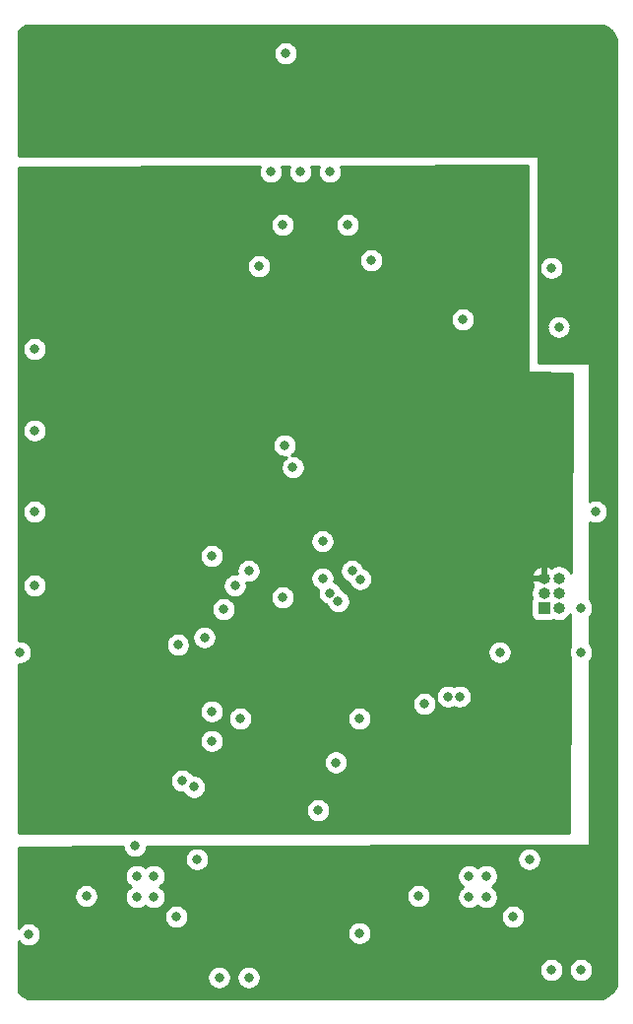
<source format=gbr>
%TF.GenerationSoftware,KiCad,Pcbnew,(5.1.9)-1*%
%TF.CreationDate,2021-04-18T17:00:14-02:30*%
%TF.ProjectId,flamingo,666c616d-696e-4676-9f2e-6b696361645f,rev?*%
%TF.SameCoordinates,Original*%
%TF.FileFunction,Copper,L3,Inr*%
%TF.FilePolarity,Positive*%
%FSLAX46Y46*%
G04 Gerber Fmt 4.6, Leading zero omitted, Abs format (unit mm)*
G04 Created by KiCad (PCBNEW (5.1.9)-1) date 2021-04-18 17:00:14*
%MOMM*%
%LPD*%
G01*
G04 APERTURE LIST*
%TA.AperFunction,ComponentPad*%
%ADD10O,1.000000X1.000000*%
%TD*%
%TA.AperFunction,ComponentPad*%
%ADD11R,1.000000X1.000000*%
%TD*%
%TA.AperFunction,ViaPad*%
%ADD12C,0.800000*%
%TD*%
%TA.AperFunction,Conductor*%
%ADD13C,0.254000*%
%TD*%
%TA.AperFunction,Conductor*%
%ADD14C,0.100000*%
%TD*%
G04 APERTURE END LIST*
D10*
%TO.N,RST_SW*%
%TO.C,J1*%
X149225000Y-113665000D03*
%TO.N,+3V3*%
X147955000Y-113665000D03*
%TO.N,Net-(J1-Pad4)*%
X149225000Y-114935000D03*
%TO.N,PA14_SWCLK*%
X147955000Y-114935000D03*
%TO.N,GND*%
X149225000Y-116205000D03*
D11*
%TO.N,PA13_SWDAT*%
X147955000Y-116205000D03*
%TD*%
D12*
%TO.N,GND*%
X137668000Y-124460000D03*
X122555000Y-147955000D03*
X120015000Y-147955000D03*
X152400000Y-107950000D03*
X151130000Y-116205000D03*
X122555000Y-113030000D03*
X124460000Y-78740000D03*
X127000000Y-78740000D03*
X129540000Y-78740000D03*
X119380000Y-125095000D03*
X102870000Y-120015000D03*
X149225000Y-92075000D03*
X148590000Y-86995000D03*
X140970000Y-91440000D03*
X104140000Y-107950000D03*
X104140000Y-114300000D03*
X104140000Y-93980000D03*
X104140000Y-100965000D03*
X151130000Y-120015000D03*
X132080000Y-125730000D03*
X125730000Y-68580000D03*
X118745000Y-118745000D03*
X132080000Y-144145000D03*
X137160000Y-140970000D03*
X146685000Y-137795000D03*
X118110000Y-137795000D03*
X108585000Y-140970000D03*
X116332000Y-142748000D03*
X148590000Y-147320000D03*
X151130000Y-147320000D03*
X131064000Y-83312000D03*
X125476000Y-83312000D03*
X123444000Y-86868000D03*
X125476000Y-115316000D03*
X103632000Y-144272000D03*
X133096000Y-86360000D03*
X112930000Y-139252500D03*
X114400000Y-139252500D03*
X112930000Y-141042500D03*
X114400000Y-141042500D03*
X141505000Y-139252500D03*
X142975000Y-139252500D03*
X141505000Y-141042500D03*
X142975000Y-141042500D03*
X145288000Y-142748000D03*
%TO.N,RST_SW*%
X119380000Y-127635000D03*
X144145000Y-120015000D03*
%TO.N,VCC*%
X130810000Y-68580000D03*
X150495000Y-86995000D03*
X150495000Y-92075000D03*
X147955000Y-92075000D03*
X132080000Y-139065000D03*
X103505000Y-139065000D03*
X152400000Y-142875000D03*
X152400000Y-140970000D03*
X124460000Y-143510000D03*
X124460000Y-141605000D03*
%TO.N,+3V3*%
X134620000Y-120650000D03*
X122555000Y-114935000D03*
X128905000Y-90170000D03*
X129540000Y-80645000D03*
X127000000Y-80645000D03*
X124460000Y-80645000D03*
X149860000Y-98425000D03*
X144780000Y-98425000D03*
X146050000Y-113665000D03*
X111125000Y-114300000D03*
X109855000Y-118745000D03*
X114935000Y-113030000D03*
X114935000Y-106045000D03*
X114935000Y-99060000D03*
X135890000Y-124460000D03*
X119380000Y-123444000D03*
%TO.N,PB2_CS*%
X128905000Y-113665000D03*
X128905000Y-110490000D03*
%TO.N,PB1_SDO*%
X126345000Y-104140000D03*
X139700000Y-123825000D03*
%TO.N,PB0_RDY_INT*%
X125649401Y-102235000D03*
X140700003Y-123825000D03*
%TO.N,PA1_TIM2CH2*%
X117851347Y-131576653D03*
X112776000Y-136652000D03*
%TO.N,PA0_TIM2CH1*%
X121830000Y-125730000D03*
X130048000Y-129482998D03*
%TO.N,PB3_USART2_TX*%
X130247108Y-115642108D03*
X132152108Y-113737108D03*
%TO.N,PB4_USART2_RX*%
X129540000Y-114935000D03*
X131445000Y-113030000D03*
%TO.N,PF0_STATUSLED*%
X121375000Y-114300000D03*
X119380000Y-111760000D03*
%TO.N,PA5_nFAULT*%
X128524000Y-133604000D03*
X120396000Y-116332000D03*
%TO.N,PA2_nFAULT*%
X116474997Y-119380000D03*
X116840000Y-131064000D03*
%TD*%
D13*
%TO.N,VCC*%
X153115208Y-66209780D02*
X153438625Y-66381744D01*
X153722484Y-66613254D01*
X153955965Y-66895486D01*
X154130183Y-67217695D01*
X154178000Y-67372165D01*
X154178000Y-148528512D01*
X154135220Y-148670206D01*
X153963257Y-148993623D01*
X153731748Y-149277482D01*
X153449514Y-149510965D01*
X153127304Y-149685184D01*
X152972835Y-149733000D01*
X103566488Y-149733000D01*
X103424794Y-149690220D01*
X103101377Y-149518257D01*
X102817518Y-149286748D01*
X102743000Y-149196671D01*
X102743000Y-147853061D01*
X118980000Y-147853061D01*
X118980000Y-148056939D01*
X119019774Y-148256898D01*
X119097795Y-148445256D01*
X119211063Y-148614774D01*
X119355226Y-148758937D01*
X119524744Y-148872205D01*
X119713102Y-148950226D01*
X119913061Y-148990000D01*
X120116939Y-148990000D01*
X120316898Y-148950226D01*
X120505256Y-148872205D01*
X120674774Y-148758937D01*
X120818937Y-148614774D01*
X120932205Y-148445256D01*
X121010226Y-148256898D01*
X121050000Y-148056939D01*
X121050000Y-147853061D01*
X121520000Y-147853061D01*
X121520000Y-148056939D01*
X121559774Y-148256898D01*
X121637795Y-148445256D01*
X121751063Y-148614774D01*
X121895226Y-148758937D01*
X122064744Y-148872205D01*
X122253102Y-148950226D01*
X122453061Y-148990000D01*
X122656939Y-148990000D01*
X122856898Y-148950226D01*
X123045256Y-148872205D01*
X123214774Y-148758937D01*
X123358937Y-148614774D01*
X123472205Y-148445256D01*
X123550226Y-148256898D01*
X123590000Y-148056939D01*
X123590000Y-147853061D01*
X123550226Y-147653102D01*
X123472205Y-147464744D01*
X123358937Y-147295226D01*
X123281772Y-147218061D01*
X147555000Y-147218061D01*
X147555000Y-147421939D01*
X147594774Y-147621898D01*
X147672795Y-147810256D01*
X147786063Y-147979774D01*
X147930226Y-148123937D01*
X148099744Y-148237205D01*
X148288102Y-148315226D01*
X148488061Y-148355000D01*
X148691939Y-148355000D01*
X148891898Y-148315226D01*
X149080256Y-148237205D01*
X149249774Y-148123937D01*
X149393937Y-147979774D01*
X149507205Y-147810256D01*
X149585226Y-147621898D01*
X149625000Y-147421939D01*
X149625000Y-147218061D01*
X150095000Y-147218061D01*
X150095000Y-147421939D01*
X150134774Y-147621898D01*
X150212795Y-147810256D01*
X150326063Y-147979774D01*
X150470226Y-148123937D01*
X150639744Y-148237205D01*
X150828102Y-148315226D01*
X151028061Y-148355000D01*
X151231939Y-148355000D01*
X151431898Y-148315226D01*
X151620256Y-148237205D01*
X151789774Y-148123937D01*
X151933937Y-147979774D01*
X152047205Y-147810256D01*
X152125226Y-147621898D01*
X152165000Y-147421939D01*
X152165000Y-147218061D01*
X152125226Y-147018102D01*
X152047205Y-146829744D01*
X151933937Y-146660226D01*
X151789774Y-146516063D01*
X151620256Y-146402795D01*
X151431898Y-146324774D01*
X151231939Y-146285000D01*
X151028061Y-146285000D01*
X150828102Y-146324774D01*
X150639744Y-146402795D01*
X150470226Y-146516063D01*
X150326063Y-146660226D01*
X150212795Y-146829744D01*
X150134774Y-147018102D01*
X150095000Y-147218061D01*
X149625000Y-147218061D01*
X149585226Y-147018102D01*
X149507205Y-146829744D01*
X149393937Y-146660226D01*
X149249774Y-146516063D01*
X149080256Y-146402795D01*
X148891898Y-146324774D01*
X148691939Y-146285000D01*
X148488061Y-146285000D01*
X148288102Y-146324774D01*
X148099744Y-146402795D01*
X147930226Y-146516063D01*
X147786063Y-146660226D01*
X147672795Y-146829744D01*
X147594774Y-147018102D01*
X147555000Y-147218061D01*
X123281772Y-147218061D01*
X123214774Y-147151063D01*
X123045256Y-147037795D01*
X122856898Y-146959774D01*
X122656939Y-146920000D01*
X122453061Y-146920000D01*
X122253102Y-146959774D01*
X122064744Y-147037795D01*
X121895226Y-147151063D01*
X121751063Y-147295226D01*
X121637795Y-147464744D01*
X121559774Y-147653102D01*
X121520000Y-147853061D01*
X121050000Y-147853061D01*
X121010226Y-147653102D01*
X120932205Y-147464744D01*
X120818937Y-147295226D01*
X120674774Y-147151063D01*
X120505256Y-147037795D01*
X120316898Y-146959774D01*
X120116939Y-146920000D01*
X119913061Y-146920000D01*
X119713102Y-146959774D01*
X119524744Y-147037795D01*
X119355226Y-147151063D01*
X119211063Y-147295226D01*
X119097795Y-147464744D01*
X119019774Y-147653102D01*
X118980000Y-147853061D01*
X102743000Y-147853061D01*
X102743000Y-144804468D01*
X102828063Y-144931774D01*
X102972226Y-145075937D01*
X103141744Y-145189205D01*
X103330102Y-145267226D01*
X103530061Y-145307000D01*
X103733939Y-145307000D01*
X103933898Y-145267226D01*
X104122256Y-145189205D01*
X104291774Y-145075937D01*
X104435937Y-144931774D01*
X104549205Y-144762256D01*
X104627226Y-144573898D01*
X104667000Y-144373939D01*
X104667000Y-144170061D01*
X104641739Y-144043061D01*
X131045000Y-144043061D01*
X131045000Y-144246939D01*
X131084774Y-144446898D01*
X131162795Y-144635256D01*
X131276063Y-144804774D01*
X131420226Y-144948937D01*
X131589744Y-145062205D01*
X131778102Y-145140226D01*
X131978061Y-145180000D01*
X132181939Y-145180000D01*
X132381898Y-145140226D01*
X132570256Y-145062205D01*
X132739774Y-144948937D01*
X132883937Y-144804774D01*
X132997205Y-144635256D01*
X133075226Y-144446898D01*
X133115000Y-144246939D01*
X133115000Y-144043061D01*
X133075226Y-143843102D01*
X132997205Y-143654744D01*
X132883937Y-143485226D01*
X132739774Y-143341063D01*
X132570256Y-143227795D01*
X132381898Y-143149774D01*
X132181939Y-143110000D01*
X131978061Y-143110000D01*
X131778102Y-143149774D01*
X131589744Y-143227795D01*
X131420226Y-143341063D01*
X131276063Y-143485226D01*
X131162795Y-143654744D01*
X131084774Y-143843102D01*
X131045000Y-144043061D01*
X104641739Y-144043061D01*
X104627226Y-143970102D01*
X104549205Y-143781744D01*
X104435937Y-143612226D01*
X104291774Y-143468063D01*
X104122256Y-143354795D01*
X103933898Y-143276774D01*
X103733939Y-143237000D01*
X103530061Y-143237000D01*
X103330102Y-143276774D01*
X103141744Y-143354795D01*
X102972226Y-143468063D01*
X102828063Y-143612226D01*
X102743000Y-143739532D01*
X102743000Y-142646061D01*
X115297000Y-142646061D01*
X115297000Y-142849939D01*
X115336774Y-143049898D01*
X115414795Y-143238256D01*
X115528063Y-143407774D01*
X115672226Y-143551937D01*
X115841744Y-143665205D01*
X116030102Y-143743226D01*
X116230061Y-143783000D01*
X116433939Y-143783000D01*
X116633898Y-143743226D01*
X116822256Y-143665205D01*
X116991774Y-143551937D01*
X117135937Y-143407774D01*
X117249205Y-143238256D01*
X117327226Y-143049898D01*
X117367000Y-142849939D01*
X117367000Y-142646061D01*
X144253000Y-142646061D01*
X144253000Y-142849939D01*
X144292774Y-143049898D01*
X144370795Y-143238256D01*
X144484063Y-143407774D01*
X144628226Y-143551937D01*
X144797744Y-143665205D01*
X144986102Y-143743226D01*
X145186061Y-143783000D01*
X145389939Y-143783000D01*
X145589898Y-143743226D01*
X145778256Y-143665205D01*
X145947774Y-143551937D01*
X146091937Y-143407774D01*
X146205205Y-143238256D01*
X146283226Y-143049898D01*
X146323000Y-142849939D01*
X146323000Y-142646061D01*
X146283226Y-142446102D01*
X146205205Y-142257744D01*
X146091937Y-142088226D01*
X145947774Y-141944063D01*
X145778256Y-141830795D01*
X145589898Y-141752774D01*
X145389939Y-141713000D01*
X145186061Y-141713000D01*
X144986102Y-141752774D01*
X144797744Y-141830795D01*
X144628226Y-141944063D01*
X144484063Y-142088226D01*
X144370795Y-142257744D01*
X144292774Y-142446102D01*
X144253000Y-142646061D01*
X117367000Y-142646061D01*
X117327226Y-142446102D01*
X117249205Y-142257744D01*
X117135937Y-142088226D01*
X116991774Y-141944063D01*
X116822256Y-141830795D01*
X116633898Y-141752774D01*
X116433939Y-141713000D01*
X116230061Y-141713000D01*
X116030102Y-141752774D01*
X115841744Y-141830795D01*
X115672226Y-141944063D01*
X115528063Y-142088226D01*
X115414795Y-142257744D01*
X115336774Y-142446102D01*
X115297000Y-142646061D01*
X102743000Y-142646061D01*
X102743000Y-140868061D01*
X107550000Y-140868061D01*
X107550000Y-141071939D01*
X107589774Y-141271898D01*
X107667795Y-141460256D01*
X107781063Y-141629774D01*
X107925226Y-141773937D01*
X108094744Y-141887205D01*
X108283102Y-141965226D01*
X108483061Y-142005000D01*
X108686939Y-142005000D01*
X108886898Y-141965226D01*
X109075256Y-141887205D01*
X109244774Y-141773937D01*
X109388937Y-141629774D01*
X109502205Y-141460256D01*
X109580226Y-141271898D01*
X109620000Y-141071939D01*
X109620000Y-140868061D01*
X109580226Y-140668102D01*
X109502205Y-140479744D01*
X109388937Y-140310226D01*
X109244774Y-140166063D01*
X109075256Y-140052795D01*
X108886898Y-139974774D01*
X108686939Y-139935000D01*
X108483061Y-139935000D01*
X108283102Y-139974774D01*
X108094744Y-140052795D01*
X107925226Y-140166063D01*
X107781063Y-140310226D01*
X107667795Y-140479744D01*
X107589774Y-140668102D01*
X107550000Y-140868061D01*
X102743000Y-140868061D01*
X102743000Y-139150561D01*
X111895000Y-139150561D01*
X111895000Y-139354439D01*
X111934774Y-139554398D01*
X112012795Y-139742756D01*
X112126063Y-139912274D01*
X112270226Y-140056437D01*
X112406512Y-140147500D01*
X112270226Y-140238563D01*
X112126063Y-140382726D01*
X112012795Y-140552244D01*
X111934774Y-140740602D01*
X111895000Y-140940561D01*
X111895000Y-141144439D01*
X111934774Y-141344398D01*
X112012795Y-141532756D01*
X112126063Y-141702274D01*
X112270226Y-141846437D01*
X112439744Y-141959705D01*
X112628102Y-142037726D01*
X112828061Y-142077500D01*
X113031939Y-142077500D01*
X113231898Y-142037726D01*
X113420256Y-141959705D01*
X113589774Y-141846437D01*
X113665000Y-141771211D01*
X113740226Y-141846437D01*
X113909744Y-141959705D01*
X114098102Y-142037726D01*
X114298061Y-142077500D01*
X114501939Y-142077500D01*
X114701898Y-142037726D01*
X114890256Y-141959705D01*
X115059774Y-141846437D01*
X115203937Y-141702274D01*
X115317205Y-141532756D01*
X115395226Y-141344398D01*
X115435000Y-141144439D01*
X115435000Y-140940561D01*
X115420579Y-140868061D01*
X136125000Y-140868061D01*
X136125000Y-141071939D01*
X136164774Y-141271898D01*
X136242795Y-141460256D01*
X136356063Y-141629774D01*
X136500226Y-141773937D01*
X136669744Y-141887205D01*
X136858102Y-141965226D01*
X137058061Y-142005000D01*
X137261939Y-142005000D01*
X137461898Y-141965226D01*
X137650256Y-141887205D01*
X137819774Y-141773937D01*
X137963937Y-141629774D01*
X138077205Y-141460256D01*
X138155226Y-141271898D01*
X138195000Y-141071939D01*
X138195000Y-140868061D01*
X138155226Y-140668102D01*
X138077205Y-140479744D01*
X137963937Y-140310226D01*
X137819774Y-140166063D01*
X137650256Y-140052795D01*
X137461898Y-139974774D01*
X137261939Y-139935000D01*
X137058061Y-139935000D01*
X136858102Y-139974774D01*
X136669744Y-140052795D01*
X136500226Y-140166063D01*
X136356063Y-140310226D01*
X136242795Y-140479744D01*
X136164774Y-140668102D01*
X136125000Y-140868061D01*
X115420579Y-140868061D01*
X115395226Y-140740602D01*
X115317205Y-140552244D01*
X115203937Y-140382726D01*
X115059774Y-140238563D01*
X114923488Y-140147500D01*
X115059774Y-140056437D01*
X115203937Y-139912274D01*
X115317205Y-139742756D01*
X115395226Y-139554398D01*
X115435000Y-139354439D01*
X115435000Y-139150561D01*
X140470000Y-139150561D01*
X140470000Y-139354439D01*
X140509774Y-139554398D01*
X140587795Y-139742756D01*
X140701063Y-139912274D01*
X140845226Y-140056437D01*
X140981512Y-140147500D01*
X140845226Y-140238563D01*
X140701063Y-140382726D01*
X140587795Y-140552244D01*
X140509774Y-140740602D01*
X140470000Y-140940561D01*
X140470000Y-141144439D01*
X140509774Y-141344398D01*
X140587795Y-141532756D01*
X140701063Y-141702274D01*
X140845226Y-141846437D01*
X141014744Y-141959705D01*
X141203102Y-142037726D01*
X141403061Y-142077500D01*
X141606939Y-142077500D01*
X141806898Y-142037726D01*
X141995256Y-141959705D01*
X142164774Y-141846437D01*
X142240000Y-141771211D01*
X142315226Y-141846437D01*
X142484744Y-141959705D01*
X142673102Y-142037726D01*
X142873061Y-142077500D01*
X143076939Y-142077500D01*
X143276898Y-142037726D01*
X143465256Y-141959705D01*
X143634774Y-141846437D01*
X143778937Y-141702274D01*
X143892205Y-141532756D01*
X143970226Y-141344398D01*
X144010000Y-141144439D01*
X144010000Y-140940561D01*
X143970226Y-140740602D01*
X143892205Y-140552244D01*
X143778937Y-140382726D01*
X143634774Y-140238563D01*
X143498488Y-140147500D01*
X143634774Y-140056437D01*
X143778937Y-139912274D01*
X143892205Y-139742756D01*
X143970226Y-139554398D01*
X144010000Y-139354439D01*
X144010000Y-139150561D01*
X143970226Y-138950602D01*
X143892205Y-138762244D01*
X143778937Y-138592726D01*
X143634774Y-138448563D01*
X143465256Y-138335295D01*
X143276898Y-138257274D01*
X143076939Y-138217500D01*
X142873061Y-138217500D01*
X142673102Y-138257274D01*
X142484744Y-138335295D01*
X142315226Y-138448563D01*
X142240000Y-138523789D01*
X142164774Y-138448563D01*
X141995256Y-138335295D01*
X141806898Y-138257274D01*
X141606939Y-138217500D01*
X141403061Y-138217500D01*
X141203102Y-138257274D01*
X141014744Y-138335295D01*
X140845226Y-138448563D01*
X140701063Y-138592726D01*
X140587795Y-138762244D01*
X140509774Y-138950602D01*
X140470000Y-139150561D01*
X115435000Y-139150561D01*
X115395226Y-138950602D01*
X115317205Y-138762244D01*
X115203937Y-138592726D01*
X115059774Y-138448563D01*
X114890256Y-138335295D01*
X114701898Y-138257274D01*
X114501939Y-138217500D01*
X114298061Y-138217500D01*
X114098102Y-138257274D01*
X113909744Y-138335295D01*
X113740226Y-138448563D01*
X113665000Y-138523789D01*
X113589774Y-138448563D01*
X113420256Y-138335295D01*
X113231898Y-138257274D01*
X113031939Y-138217500D01*
X112828061Y-138217500D01*
X112628102Y-138257274D01*
X112439744Y-138335295D01*
X112270226Y-138448563D01*
X112126063Y-138592726D01*
X112012795Y-138762244D01*
X111934774Y-138950602D01*
X111895000Y-139150561D01*
X102743000Y-139150561D01*
X102743000Y-137693061D01*
X117075000Y-137693061D01*
X117075000Y-137896939D01*
X117114774Y-138096898D01*
X117192795Y-138285256D01*
X117306063Y-138454774D01*
X117450226Y-138598937D01*
X117619744Y-138712205D01*
X117808102Y-138790226D01*
X118008061Y-138830000D01*
X118211939Y-138830000D01*
X118411898Y-138790226D01*
X118600256Y-138712205D01*
X118769774Y-138598937D01*
X118913937Y-138454774D01*
X119027205Y-138285256D01*
X119105226Y-138096898D01*
X119145000Y-137896939D01*
X119145000Y-137693061D01*
X145650000Y-137693061D01*
X145650000Y-137896939D01*
X145689774Y-138096898D01*
X145767795Y-138285256D01*
X145881063Y-138454774D01*
X146025226Y-138598937D01*
X146194744Y-138712205D01*
X146383102Y-138790226D01*
X146583061Y-138830000D01*
X146786939Y-138830000D01*
X146986898Y-138790226D01*
X147175256Y-138712205D01*
X147344774Y-138598937D01*
X147488937Y-138454774D01*
X147602205Y-138285256D01*
X147680226Y-138096898D01*
X147720000Y-137896939D01*
X147720000Y-137693061D01*
X147680226Y-137493102D01*
X147602205Y-137304744D01*
X147488937Y-137135226D01*
X147344774Y-136991063D01*
X147175256Y-136877795D01*
X146986898Y-136799774D01*
X146786939Y-136760000D01*
X146583061Y-136760000D01*
X146383102Y-136799774D01*
X146194744Y-136877795D01*
X146025226Y-136991063D01*
X145881063Y-137135226D01*
X145767795Y-137304744D01*
X145689774Y-137493102D01*
X145650000Y-137693061D01*
X119145000Y-137693061D01*
X119105226Y-137493102D01*
X119027205Y-137304744D01*
X118913937Y-137135226D01*
X118769774Y-136991063D01*
X118600256Y-136877795D01*
X118411898Y-136799774D01*
X118211939Y-136760000D01*
X118008061Y-136760000D01*
X117808102Y-136799774D01*
X117619744Y-136877795D01*
X117450226Y-136991063D01*
X117306063Y-137135226D01*
X117192795Y-137304744D01*
X117114774Y-137493102D01*
X117075000Y-137693061D01*
X102743000Y-137693061D01*
X102743000Y-136778673D01*
X111741295Y-136755422D01*
X111780774Y-136953898D01*
X111858795Y-137142256D01*
X111972063Y-137311774D01*
X112116226Y-137455937D01*
X112285744Y-137569205D01*
X112474102Y-137647226D01*
X112674061Y-137687000D01*
X112877939Y-137687000D01*
X113077898Y-137647226D01*
X113266256Y-137569205D01*
X113435774Y-137455937D01*
X113579937Y-137311774D01*
X113693205Y-137142256D01*
X113771226Y-136953898D01*
X113811000Y-136753939D01*
X113811000Y-136750073D01*
X151765328Y-136652000D01*
X151790098Y-136649495D01*
X151813904Y-136642207D01*
X151835830Y-136630414D01*
X151855034Y-136614570D01*
X151870779Y-136595284D01*
X151882458Y-136573297D01*
X151889623Y-136549455D01*
X151892000Y-136525000D01*
X151892000Y-120716711D01*
X151933937Y-120674774D01*
X152047205Y-120505256D01*
X152125226Y-120316898D01*
X152165000Y-120116939D01*
X152165000Y-119913061D01*
X152125226Y-119713102D01*
X152047205Y-119524744D01*
X151933937Y-119355226D01*
X151892000Y-119313289D01*
X151892000Y-116906711D01*
X151933937Y-116864774D01*
X152047205Y-116695256D01*
X152125226Y-116506898D01*
X152165000Y-116306939D01*
X152165000Y-116103061D01*
X152125226Y-115903102D01*
X152047205Y-115714744D01*
X151933937Y-115545226D01*
X151892000Y-115503289D01*
X151892000Y-108855349D01*
X151909744Y-108867205D01*
X152098102Y-108945226D01*
X152298061Y-108985000D01*
X152501939Y-108985000D01*
X152701898Y-108945226D01*
X152890256Y-108867205D01*
X153059774Y-108753937D01*
X153203937Y-108609774D01*
X153317205Y-108440256D01*
X153395226Y-108251898D01*
X153435000Y-108051939D01*
X153435000Y-107848061D01*
X153395226Y-107648102D01*
X153317205Y-107459744D01*
X153203937Y-107290226D01*
X153059774Y-107146063D01*
X152890256Y-107032795D01*
X152701898Y-106954774D01*
X152501939Y-106915000D01*
X152298061Y-106915000D01*
X152098102Y-106954774D01*
X151909744Y-107032795D01*
X151892000Y-107044651D01*
X151892000Y-95250000D01*
X151889560Y-95225224D01*
X151882333Y-95201399D01*
X151870597Y-95179443D01*
X151854803Y-95160197D01*
X151835557Y-95144403D01*
X151813601Y-95132667D01*
X151789776Y-95125440D01*
X151765000Y-95123000D01*
X147447000Y-95123000D01*
X147447000Y-91973061D01*
X148190000Y-91973061D01*
X148190000Y-92176939D01*
X148229774Y-92376898D01*
X148307795Y-92565256D01*
X148421063Y-92734774D01*
X148565226Y-92878937D01*
X148734744Y-92992205D01*
X148923102Y-93070226D01*
X149123061Y-93110000D01*
X149326939Y-93110000D01*
X149526898Y-93070226D01*
X149715256Y-92992205D01*
X149884774Y-92878937D01*
X150028937Y-92734774D01*
X150142205Y-92565256D01*
X150220226Y-92376898D01*
X150260000Y-92176939D01*
X150260000Y-91973061D01*
X150220226Y-91773102D01*
X150142205Y-91584744D01*
X150028937Y-91415226D01*
X149884774Y-91271063D01*
X149715256Y-91157795D01*
X149526898Y-91079774D01*
X149326939Y-91040000D01*
X149123061Y-91040000D01*
X148923102Y-91079774D01*
X148734744Y-91157795D01*
X148565226Y-91271063D01*
X148421063Y-91415226D01*
X148307795Y-91584744D01*
X148229774Y-91773102D01*
X148190000Y-91973061D01*
X147447000Y-91973061D01*
X147447000Y-86893061D01*
X147555000Y-86893061D01*
X147555000Y-87096939D01*
X147594774Y-87296898D01*
X147672795Y-87485256D01*
X147786063Y-87654774D01*
X147930226Y-87798937D01*
X148099744Y-87912205D01*
X148288102Y-87990226D01*
X148488061Y-88030000D01*
X148691939Y-88030000D01*
X148891898Y-87990226D01*
X149080256Y-87912205D01*
X149249774Y-87798937D01*
X149393937Y-87654774D01*
X149507205Y-87485256D01*
X149585226Y-87296898D01*
X149625000Y-87096939D01*
X149625000Y-86893061D01*
X149585226Y-86693102D01*
X149507205Y-86504744D01*
X149393937Y-86335226D01*
X149249774Y-86191063D01*
X149080256Y-86077795D01*
X148891898Y-85999774D01*
X148691939Y-85960000D01*
X148488061Y-85960000D01*
X148288102Y-85999774D01*
X148099744Y-86077795D01*
X147930226Y-86191063D01*
X147786063Y-86335226D01*
X147672795Y-86504744D01*
X147594774Y-86693102D01*
X147555000Y-86893061D01*
X147447000Y-86893061D01*
X147447000Y-77470000D01*
X147444560Y-77445224D01*
X147437333Y-77421399D01*
X147425597Y-77399443D01*
X147409803Y-77380197D01*
X147390557Y-77364403D01*
X147368601Y-77352667D01*
X147344776Y-77345440D01*
X147320000Y-77343000D01*
X102743000Y-77343000D01*
X102743000Y-68478061D01*
X124695000Y-68478061D01*
X124695000Y-68681939D01*
X124734774Y-68881898D01*
X124812795Y-69070256D01*
X124926063Y-69239774D01*
X125070226Y-69383937D01*
X125239744Y-69497205D01*
X125428102Y-69575226D01*
X125628061Y-69615000D01*
X125831939Y-69615000D01*
X126031898Y-69575226D01*
X126220256Y-69497205D01*
X126389774Y-69383937D01*
X126533937Y-69239774D01*
X126647205Y-69070256D01*
X126725226Y-68881898D01*
X126765000Y-68681939D01*
X126765000Y-68478061D01*
X126725226Y-68278102D01*
X126647205Y-68089744D01*
X126533937Y-67920226D01*
X126389774Y-67776063D01*
X126220256Y-67662795D01*
X126031898Y-67584774D01*
X125831939Y-67545000D01*
X125628061Y-67545000D01*
X125428102Y-67584774D01*
X125239744Y-67662795D01*
X125070226Y-67776063D01*
X124926063Y-67920226D01*
X124812795Y-68089744D01*
X124734774Y-68278102D01*
X124695000Y-68478061D01*
X102743000Y-68478061D01*
X102743000Y-66702525D01*
X102808254Y-66622516D01*
X103090486Y-66389035D01*
X103412695Y-66214817D01*
X103567165Y-66167000D01*
X152973513Y-66167000D01*
X153115208Y-66209780D01*
%TA.AperFunction,Conductor*%
D14*
G36*
X153115208Y-66209780D02*
G01*
X153438625Y-66381744D01*
X153722484Y-66613254D01*
X153955965Y-66895486D01*
X154130183Y-67217695D01*
X154178000Y-67372165D01*
X154178000Y-148528512D01*
X154135220Y-148670206D01*
X153963257Y-148993623D01*
X153731748Y-149277482D01*
X153449514Y-149510965D01*
X153127304Y-149685184D01*
X152972835Y-149733000D01*
X103566488Y-149733000D01*
X103424794Y-149690220D01*
X103101377Y-149518257D01*
X102817518Y-149286748D01*
X102743000Y-149196671D01*
X102743000Y-147853061D01*
X118980000Y-147853061D01*
X118980000Y-148056939D01*
X119019774Y-148256898D01*
X119097795Y-148445256D01*
X119211063Y-148614774D01*
X119355226Y-148758937D01*
X119524744Y-148872205D01*
X119713102Y-148950226D01*
X119913061Y-148990000D01*
X120116939Y-148990000D01*
X120316898Y-148950226D01*
X120505256Y-148872205D01*
X120674774Y-148758937D01*
X120818937Y-148614774D01*
X120932205Y-148445256D01*
X121010226Y-148256898D01*
X121050000Y-148056939D01*
X121050000Y-147853061D01*
X121520000Y-147853061D01*
X121520000Y-148056939D01*
X121559774Y-148256898D01*
X121637795Y-148445256D01*
X121751063Y-148614774D01*
X121895226Y-148758937D01*
X122064744Y-148872205D01*
X122253102Y-148950226D01*
X122453061Y-148990000D01*
X122656939Y-148990000D01*
X122856898Y-148950226D01*
X123045256Y-148872205D01*
X123214774Y-148758937D01*
X123358937Y-148614774D01*
X123472205Y-148445256D01*
X123550226Y-148256898D01*
X123590000Y-148056939D01*
X123590000Y-147853061D01*
X123550226Y-147653102D01*
X123472205Y-147464744D01*
X123358937Y-147295226D01*
X123281772Y-147218061D01*
X147555000Y-147218061D01*
X147555000Y-147421939D01*
X147594774Y-147621898D01*
X147672795Y-147810256D01*
X147786063Y-147979774D01*
X147930226Y-148123937D01*
X148099744Y-148237205D01*
X148288102Y-148315226D01*
X148488061Y-148355000D01*
X148691939Y-148355000D01*
X148891898Y-148315226D01*
X149080256Y-148237205D01*
X149249774Y-148123937D01*
X149393937Y-147979774D01*
X149507205Y-147810256D01*
X149585226Y-147621898D01*
X149625000Y-147421939D01*
X149625000Y-147218061D01*
X150095000Y-147218061D01*
X150095000Y-147421939D01*
X150134774Y-147621898D01*
X150212795Y-147810256D01*
X150326063Y-147979774D01*
X150470226Y-148123937D01*
X150639744Y-148237205D01*
X150828102Y-148315226D01*
X151028061Y-148355000D01*
X151231939Y-148355000D01*
X151431898Y-148315226D01*
X151620256Y-148237205D01*
X151789774Y-148123937D01*
X151933937Y-147979774D01*
X152047205Y-147810256D01*
X152125226Y-147621898D01*
X152165000Y-147421939D01*
X152165000Y-147218061D01*
X152125226Y-147018102D01*
X152047205Y-146829744D01*
X151933937Y-146660226D01*
X151789774Y-146516063D01*
X151620256Y-146402795D01*
X151431898Y-146324774D01*
X151231939Y-146285000D01*
X151028061Y-146285000D01*
X150828102Y-146324774D01*
X150639744Y-146402795D01*
X150470226Y-146516063D01*
X150326063Y-146660226D01*
X150212795Y-146829744D01*
X150134774Y-147018102D01*
X150095000Y-147218061D01*
X149625000Y-147218061D01*
X149585226Y-147018102D01*
X149507205Y-146829744D01*
X149393937Y-146660226D01*
X149249774Y-146516063D01*
X149080256Y-146402795D01*
X148891898Y-146324774D01*
X148691939Y-146285000D01*
X148488061Y-146285000D01*
X148288102Y-146324774D01*
X148099744Y-146402795D01*
X147930226Y-146516063D01*
X147786063Y-146660226D01*
X147672795Y-146829744D01*
X147594774Y-147018102D01*
X147555000Y-147218061D01*
X123281772Y-147218061D01*
X123214774Y-147151063D01*
X123045256Y-147037795D01*
X122856898Y-146959774D01*
X122656939Y-146920000D01*
X122453061Y-146920000D01*
X122253102Y-146959774D01*
X122064744Y-147037795D01*
X121895226Y-147151063D01*
X121751063Y-147295226D01*
X121637795Y-147464744D01*
X121559774Y-147653102D01*
X121520000Y-147853061D01*
X121050000Y-147853061D01*
X121010226Y-147653102D01*
X120932205Y-147464744D01*
X120818937Y-147295226D01*
X120674774Y-147151063D01*
X120505256Y-147037795D01*
X120316898Y-146959774D01*
X120116939Y-146920000D01*
X119913061Y-146920000D01*
X119713102Y-146959774D01*
X119524744Y-147037795D01*
X119355226Y-147151063D01*
X119211063Y-147295226D01*
X119097795Y-147464744D01*
X119019774Y-147653102D01*
X118980000Y-147853061D01*
X102743000Y-147853061D01*
X102743000Y-144804468D01*
X102828063Y-144931774D01*
X102972226Y-145075937D01*
X103141744Y-145189205D01*
X103330102Y-145267226D01*
X103530061Y-145307000D01*
X103733939Y-145307000D01*
X103933898Y-145267226D01*
X104122256Y-145189205D01*
X104291774Y-145075937D01*
X104435937Y-144931774D01*
X104549205Y-144762256D01*
X104627226Y-144573898D01*
X104667000Y-144373939D01*
X104667000Y-144170061D01*
X104641739Y-144043061D01*
X131045000Y-144043061D01*
X131045000Y-144246939D01*
X131084774Y-144446898D01*
X131162795Y-144635256D01*
X131276063Y-144804774D01*
X131420226Y-144948937D01*
X131589744Y-145062205D01*
X131778102Y-145140226D01*
X131978061Y-145180000D01*
X132181939Y-145180000D01*
X132381898Y-145140226D01*
X132570256Y-145062205D01*
X132739774Y-144948937D01*
X132883937Y-144804774D01*
X132997205Y-144635256D01*
X133075226Y-144446898D01*
X133115000Y-144246939D01*
X133115000Y-144043061D01*
X133075226Y-143843102D01*
X132997205Y-143654744D01*
X132883937Y-143485226D01*
X132739774Y-143341063D01*
X132570256Y-143227795D01*
X132381898Y-143149774D01*
X132181939Y-143110000D01*
X131978061Y-143110000D01*
X131778102Y-143149774D01*
X131589744Y-143227795D01*
X131420226Y-143341063D01*
X131276063Y-143485226D01*
X131162795Y-143654744D01*
X131084774Y-143843102D01*
X131045000Y-144043061D01*
X104641739Y-144043061D01*
X104627226Y-143970102D01*
X104549205Y-143781744D01*
X104435937Y-143612226D01*
X104291774Y-143468063D01*
X104122256Y-143354795D01*
X103933898Y-143276774D01*
X103733939Y-143237000D01*
X103530061Y-143237000D01*
X103330102Y-143276774D01*
X103141744Y-143354795D01*
X102972226Y-143468063D01*
X102828063Y-143612226D01*
X102743000Y-143739532D01*
X102743000Y-142646061D01*
X115297000Y-142646061D01*
X115297000Y-142849939D01*
X115336774Y-143049898D01*
X115414795Y-143238256D01*
X115528063Y-143407774D01*
X115672226Y-143551937D01*
X115841744Y-143665205D01*
X116030102Y-143743226D01*
X116230061Y-143783000D01*
X116433939Y-143783000D01*
X116633898Y-143743226D01*
X116822256Y-143665205D01*
X116991774Y-143551937D01*
X117135937Y-143407774D01*
X117249205Y-143238256D01*
X117327226Y-143049898D01*
X117367000Y-142849939D01*
X117367000Y-142646061D01*
X144253000Y-142646061D01*
X144253000Y-142849939D01*
X144292774Y-143049898D01*
X144370795Y-143238256D01*
X144484063Y-143407774D01*
X144628226Y-143551937D01*
X144797744Y-143665205D01*
X144986102Y-143743226D01*
X145186061Y-143783000D01*
X145389939Y-143783000D01*
X145589898Y-143743226D01*
X145778256Y-143665205D01*
X145947774Y-143551937D01*
X146091937Y-143407774D01*
X146205205Y-143238256D01*
X146283226Y-143049898D01*
X146323000Y-142849939D01*
X146323000Y-142646061D01*
X146283226Y-142446102D01*
X146205205Y-142257744D01*
X146091937Y-142088226D01*
X145947774Y-141944063D01*
X145778256Y-141830795D01*
X145589898Y-141752774D01*
X145389939Y-141713000D01*
X145186061Y-141713000D01*
X144986102Y-141752774D01*
X144797744Y-141830795D01*
X144628226Y-141944063D01*
X144484063Y-142088226D01*
X144370795Y-142257744D01*
X144292774Y-142446102D01*
X144253000Y-142646061D01*
X117367000Y-142646061D01*
X117327226Y-142446102D01*
X117249205Y-142257744D01*
X117135937Y-142088226D01*
X116991774Y-141944063D01*
X116822256Y-141830795D01*
X116633898Y-141752774D01*
X116433939Y-141713000D01*
X116230061Y-141713000D01*
X116030102Y-141752774D01*
X115841744Y-141830795D01*
X115672226Y-141944063D01*
X115528063Y-142088226D01*
X115414795Y-142257744D01*
X115336774Y-142446102D01*
X115297000Y-142646061D01*
X102743000Y-142646061D01*
X102743000Y-140868061D01*
X107550000Y-140868061D01*
X107550000Y-141071939D01*
X107589774Y-141271898D01*
X107667795Y-141460256D01*
X107781063Y-141629774D01*
X107925226Y-141773937D01*
X108094744Y-141887205D01*
X108283102Y-141965226D01*
X108483061Y-142005000D01*
X108686939Y-142005000D01*
X108886898Y-141965226D01*
X109075256Y-141887205D01*
X109244774Y-141773937D01*
X109388937Y-141629774D01*
X109502205Y-141460256D01*
X109580226Y-141271898D01*
X109620000Y-141071939D01*
X109620000Y-140868061D01*
X109580226Y-140668102D01*
X109502205Y-140479744D01*
X109388937Y-140310226D01*
X109244774Y-140166063D01*
X109075256Y-140052795D01*
X108886898Y-139974774D01*
X108686939Y-139935000D01*
X108483061Y-139935000D01*
X108283102Y-139974774D01*
X108094744Y-140052795D01*
X107925226Y-140166063D01*
X107781063Y-140310226D01*
X107667795Y-140479744D01*
X107589774Y-140668102D01*
X107550000Y-140868061D01*
X102743000Y-140868061D01*
X102743000Y-139150561D01*
X111895000Y-139150561D01*
X111895000Y-139354439D01*
X111934774Y-139554398D01*
X112012795Y-139742756D01*
X112126063Y-139912274D01*
X112270226Y-140056437D01*
X112406512Y-140147500D01*
X112270226Y-140238563D01*
X112126063Y-140382726D01*
X112012795Y-140552244D01*
X111934774Y-140740602D01*
X111895000Y-140940561D01*
X111895000Y-141144439D01*
X111934774Y-141344398D01*
X112012795Y-141532756D01*
X112126063Y-141702274D01*
X112270226Y-141846437D01*
X112439744Y-141959705D01*
X112628102Y-142037726D01*
X112828061Y-142077500D01*
X113031939Y-142077500D01*
X113231898Y-142037726D01*
X113420256Y-141959705D01*
X113589774Y-141846437D01*
X113665000Y-141771211D01*
X113740226Y-141846437D01*
X113909744Y-141959705D01*
X114098102Y-142037726D01*
X114298061Y-142077500D01*
X114501939Y-142077500D01*
X114701898Y-142037726D01*
X114890256Y-141959705D01*
X115059774Y-141846437D01*
X115203937Y-141702274D01*
X115317205Y-141532756D01*
X115395226Y-141344398D01*
X115435000Y-141144439D01*
X115435000Y-140940561D01*
X115420579Y-140868061D01*
X136125000Y-140868061D01*
X136125000Y-141071939D01*
X136164774Y-141271898D01*
X136242795Y-141460256D01*
X136356063Y-141629774D01*
X136500226Y-141773937D01*
X136669744Y-141887205D01*
X136858102Y-141965226D01*
X137058061Y-142005000D01*
X137261939Y-142005000D01*
X137461898Y-141965226D01*
X137650256Y-141887205D01*
X137819774Y-141773937D01*
X137963937Y-141629774D01*
X138077205Y-141460256D01*
X138155226Y-141271898D01*
X138195000Y-141071939D01*
X138195000Y-140868061D01*
X138155226Y-140668102D01*
X138077205Y-140479744D01*
X137963937Y-140310226D01*
X137819774Y-140166063D01*
X137650256Y-140052795D01*
X137461898Y-139974774D01*
X137261939Y-139935000D01*
X137058061Y-139935000D01*
X136858102Y-139974774D01*
X136669744Y-140052795D01*
X136500226Y-140166063D01*
X136356063Y-140310226D01*
X136242795Y-140479744D01*
X136164774Y-140668102D01*
X136125000Y-140868061D01*
X115420579Y-140868061D01*
X115395226Y-140740602D01*
X115317205Y-140552244D01*
X115203937Y-140382726D01*
X115059774Y-140238563D01*
X114923488Y-140147500D01*
X115059774Y-140056437D01*
X115203937Y-139912274D01*
X115317205Y-139742756D01*
X115395226Y-139554398D01*
X115435000Y-139354439D01*
X115435000Y-139150561D01*
X140470000Y-139150561D01*
X140470000Y-139354439D01*
X140509774Y-139554398D01*
X140587795Y-139742756D01*
X140701063Y-139912274D01*
X140845226Y-140056437D01*
X140981512Y-140147500D01*
X140845226Y-140238563D01*
X140701063Y-140382726D01*
X140587795Y-140552244D01*
X140509774Y-140740602D01*
X140470000Y-140940561D01*
X140470000Y-141144439D01*
X140509774Y-141344398D01*
X140587795Y-141532756D01*
X140701063Y-141702274D01*
X140845226Y-141846437D01*
X141014744Y-141959705D01*
X141203102Y-142037726D01*
X141403061Y-142077500D01*
X141606939Y-142077500D01*
X141806898Y-142037726D01*
X141995256Y-141959705D01*
X142164774Y-141846437D01*
X142240000Y-141771211D01*
X142315226Y-141846437D01*
X142484744Y-141959705D01*
X142673102Y-142037726D01*
X142873061Y-142077500D01*
X143076939Y-142077500D01*
X143276898Y-142037726D01*
X143465256Y-141959705D01*
X143634774Y-141846437D01*
X143778937Y-141702274D01*
X143892205Y-141532756D01*
X143970226Y-141344398D01*
X144010000Y-141144439D01*
X144010000Y-140940561D01*
X143970226Y-140740602D01*
X143892205Y-140552244D01*
X143778937Y-140382726D01*
X143634774Y-140238563D01*
X143498488Y-140147500D01*
X143634774Y-140056437D01*
X143778937Y-139912274D01*
X143892205Y-139742756D01*
X143970226Y-139554398D01*
X144010000Y-139354439D01*
X144010000Y-139150561D01*
X143970226Y-138950602D01*
X143892205Y-138762244D01*
X143778937Y-138592726D01*
X143634774Y-138448563D01*
X143465256Y-138335295D01*
X143276898Y-138257274D01*
X143076939Y-138217500D01*
X142873061Y-138217500D01*
X142673102Y-138257274D01*
X142484744Y-138335295D01*
X142315226Y-138448563D01*
X142240000Y-138523789D01*
X142164774Y-138448563D01*
X141995256Y-138335295D01*
X141806898Y-138257274D01*
X141606939Y-138217500D01*
X141403061Y-138217500D01*
X141203102Y-138257274D01*
X141014744Y-138335295D01*
X140845226Y-138448563D01*
X140701063Y-138592726D01*
X140587795Y-138762244D01*
X140509774Y-138950602D01*
X140470000Y-139150561D01*
X115435000Y-139150561D01*
X115395226Y-138950602D01*
X115317205Y-138762244D01*
X115203937Y-138592726D01*
X115059774Y-138448563D01*
X114890256Y-138335295D01*
X114701898Y-138257274D01*
X114501939Y-138217500D01*
X114298061Y-138217500D01*
X114098102Y-138257274D01*
X113909744Y-138335295D01*
X113740226Y-138448563D01*
X113665000Y-138523789D01*
X113589774Y-138448563D01*
X113420256Y-138335295D01*
X113231898Y-138257274D01*
X113031939Y-138217500D01*
X112828061Y-138217500D01*
X112628102Y-138257274D01*
X112439744Y-138335295D01*
X112270226Y-138448563D01*
X112126063Y-138592726D01*
X112012795Y-138762244D01*
X111934774Y-138950602D01*
X111895000Y-139150561D01*
X102743000Y-139150561D01*
X102743000Y-137693061D01*
X117075000Y-137693061D01*
X117075000Y-137896939D01*
X117114774Y-138096898D01*
X117192795Y-138285256D01*
X117306063Y-138454774D01*
X117450226Y-138598937D01*
X117619744Y-138712205D01*
X117808102Y-138790226D01*
X118008061Y-138830000D01*
X118211939Y-138830000D01*
X118411898Y-138790226D01*
X118600256Y-138712205D01*
X118769774Y-138598937D01*
X118913937Y-138454774D01*
X119027205Y-138285256D01*
X119105226Y-138096898D01*
X119145000Y-137896939D01*
X119145000Y-137693061D01*
X145650000Y-137693061D01*
X145650000Y-137896939D01*
X145689774Y-138096898D01*
X145767795Y-138285256D01*
X145881063Y-138454774D01*
X146025226Y-138598937D01*
X146194744Y-138712205D01*
X146383102Y-138790226D01*
X146583061Y-138830000D01*
X146786939Y-138830000D01*
X146986898Y-138790226D01*
X147175256Y-138712205D01*
X147344774Y-138598937D01*
X147488937Y-138454774D01*
X147602205Y-138285256D01*
X147680226Y-138096898D01*
X147720000Y-137896939D01*
X147720000Y-137693061D01*
X147680226Y-137493102D01*
X147602205Y-137304744D01*
X147488937Y-137135226D01*
X147344774Y-136991063D01*
X147175256Y-136877795D01*
X146986898Y-136799774D01*
X146786939Y-136760000D01*
X146583061Y-136760000D01*
X146383102Y-136799774D01*
X146194744Y-136877795D01*
X146025226Y-136991063D01*
X145881063Y-137135226D01*
X145767795Y-137304744D01*
X145689774Y-137493102D01*
X145650000Y-137693061D01*
X119145000Y-137693061D01*
X119105226Y-137493102D01*
X119027205Y-137304744D01*
X118913937Y-137135226D01*
X118769774Y-136991063D01*
X118600256Y-136877795D01*
X118411898Y-136799774D01*
X118211939Y-136760000D01*
X118008061Y-136760000D01*
X117808102Y-136799774D01*
X117619744Y-136877795D01*
X117450226Y-136991063D01*
X117306063Y-137135226D01*
X117192795Y-137304744D01*
X117114774Y-137493102D01*
X117075000Y-137693061D01*
X102743000Y-137693061D01*
X102743000Y-136778673D01*
X111741295Y-136755422D01*
X111780774Y-136953898D01*
X111858795Y-137142256D01*
X111972063Y-137311774D01*
X112116226Y-137455937D01*
X112285744Y-137569205D01*
X112474102Y-137647226D01*
X112674061Y-137687000D01*
X112877939Y-137687000D01*
X113077898Y-137647226D01*
X113266256Y-137569205D01*
X113435774Y-137455937D01*
X113579937Y-137311774D01*
X113693205Y-137142256D01*
X113771226Y-136953898D01*
X113811000Y-136753939D01*
X113811000Y-136750073D01*
X151765328Y-136652000D01*
X151790098Y-136649495D01*
X151813904Y-136642207D01*
X151835830Y-136630414D01*
X151855034Y-136614570D01*
X151870779Y-136595284D01*
X151882458Y-136573297D01*
X151889623Y-136549455D01*
X151892000Y-136525000D01*
X151892000Y-120716711D01*
X151933937Y-120674774D01*
X152047205Y-120505256D01*
X152125226Y-120316898D01*
X152165000Y-120116939D01*
X152165000Y-119913061D01*
X152125226Y-119713102D01*
X152047205Y-119524744D01*
X151933937Y-119355226D01*
X151892000Y-119313289D01*
X151892000Y-116906711D01*
X151933937Y-116864774D01*
X152047205Y-116695256D01*
X152125226Y-116506898D01*
X152165000Y-116306939D01*
X152165000Y-116103061D01*
X152125226Y-115903102D01*
X152047205Y-115714744D01*
X151933937Y-115545226D01*
X151892000Y-115503289D01*
X151892000Y-108855349D01*
X151909744Y-108867205D01*
X152098102Y-108945226D01*
X152298061Y-108985000D01*
X152501939Y-108985000D01*
X152701898Y-108945226D01*
X152890256Y-108867205D01*
X153059774Y-108753937D01*
X153203937Y-108609774D01*
X153317205Y-108440256D01*
X153395226Y-108251898D01*
X153435000Y-108051939D01*
X153435000Y-107848061D01*
X153395226Y-107648102D01*
X153317205Y-107459744D01*
X153203937Y-107290226D01*
X153059774Y-107146063D01*
X152890256Y-107032795D01*
X152701898Y-106954774D01*
X152501939Y-106915000D01*
X152298061Y-106915000D01*
X152098102Y-106954774D01*
X151909744Y-107032795D01*
X151892000Y-107044651D01*
X151892000Y-95250000D01*
X151889560Y-95225224D01*
X151882333Y-95201399D01*
X151870597Y-95179443D01*
X151854803Y-95160197D01*
X151835557Y-95144403D01*
X151813601Y-95132667D01*
X151789776Y-95125440D01*
X151765000Y-95123000D01*
X147447000Y-95123000D01*
X147447000Y-91973061D01*
X148190000Y-91973061D01*
X148190000Y-92176939D01*
X148229774Y-92376898D01*
X148307795Y-92565256D01*
X148421063Y-92734774D01*
X148565226Y-92878937D01*
X148734744Y-92992205D01*
X148923102Y-93070226D01*
X149123061Y-93110000D01*
X149326939Y-93110000D01*
X149526898Y-93070226D01*
X149715256Y-92992205D01*
X149884774Y-92878937D01*
X150028937Y-92734774D01*
X150142205Y-92565256D01*
X150220226Y-92376898D01*
X150260000Y-92176939D01*
X150260000Y-91973061D01*
X150220226Y-91773102D01*
X150142205Y-91584744D01*
X150028937Y-91415226D01*
X149884774Y-91271063D01*
X149715256Y-91157795D01*
X149526898Y-91079774D01*
X149326939Y-91040000D01*
X149123061Y-91040000D01*
X148923102Y-91079774D01*
X148734744Y-91157795D01*
X148565226Y-91271063D01*
X148421063Y-91415226D01*
X148307795Y-91584744D01*
X148229774Y-91773102D01*
X148190000Y-91973061D01*
X147447000Y-91973061D01*
X147447000Y-86893061D01*
X147555000Y-86893061D01*
X147555000Y-87096939D01*
X147594774Y-87296898D01*
X147672795Y-87485256D01*
X147786063Y-87654774D01*
X147930226Y-87798937D01*
X148099744Y-87912205D01*
X148288102Y-87990226D01*
X148488061Y-88030000D01*
X148691939Y-88030000D01*
X148891898Y-87990226D01*
X149080256Y-87912205D01*
X149249774Y-87798937D01*
X149393937Y-87654774D01*
X149507205Y-87485256D01*
X149585226Y-87296898D01*
X149625000Y-87096939D01*
X149625000Y-86893061D01*
X149585226Y-86693102D01*
X149507205Y-86504744D01*
X149393937Y-86335226D01*
X149249774Y-86191063D01*
X149080256Y-86077795D01*
X148891898Y-85999774D01*
X148691939Y-85960000D01*
X148488061Y-85960000D01*
X148288102Y-85999774D01*
X148099744Y-86077795D01*
X147930226Y-86191063D01*
X147786063Y-86335226D01*
X147672795Y-86504744D01*
X147594774Y-86693102D01*
X147555000Y-86893061D01*
X147447000Y-86893061D01*
X147447000Y-77470000D01*
X147444560Y-77445224D01*
X147437333Y-77421399D01*
X147425597Y-77399443D01*
X147409803Y-77380197D01*
X147390557Y-77364403D01*
X147368601Y-77352667D01*
X147344776Y-77345440D01*
X147320000Y-77343000D01*
X102743000Y-77343000D01*
X102743000Y-68478061D01*
X124695000Y-68478061D01*
X124695000Y-68681939D01*
X124734774Y-68881898D01*
X124812795Y-69070256D01*
X124926063Y-69239774D01*
X125070226Y-69383937D01*
X125239744Y-69497205D01*
X125428102Y-69575226D01*
X125628061Y-69615000D01*
X125831939Y-69615000D01*
X126031898Y-69575226D01*
X126220256Y-69497205D01*
X126389774Y-69383937D01*
X126533937Y-69239774D01*
X126647205Y-69070256D01*
X126725226Y-68881898D01*
X126765000Y-68681939D01*
X126765000Y-68478061D01*
X126725226Y-68278102D01*
X126647205Y-68089744D01*
X126533937Y-67920226D01*
X126389774Y-67776063D01*
X126220256Y-67662795D01*
X126031898Y-67584774D01*
X125831939Y-67545000D01*
X125628061Y-67545000D01*
X125428102Y-67584774D01*
X125239744Y-67662795D01*
X125070226Y-67776063D01*
X124926063Y-67920226D01*
X124812795Y-68089744D01*
X124734774Y-68278102D01*
X124695000Y-68478061D01*
X102743000Y-68478061D01*
X102743000Y-66702525D01*
X102808254Y-66622516D01*
X103090486Y-66389035D01*
X103412695Y-66214817D01*
X103567165Y-66167000D01*
X152973513Y-66167000D01*
X153115208Y-66209780D01*
G37*
%TD.AperFunction*%
%TD*%
D13*
%TO.N,+3V3*%
X146558000Y-95885000D02*
X146560440Y-95909776D01*
X146567667Y-95933601D01*
X146579403Y-95955557D01*
X146595197Y-95974803D01*
X146614443Y-95990597D01*
X146636399Y-96002333D01*
X146660224Y-96009560D01*
X146682884Y-96011982D01*
X150367200Y-96073387D01*
X150257812Y-113192531D01*
X150230824Y-113127376D01*
X150106612Y-112941480D01*
X149948520Y-112783388D01*
X149762624Y-112659176D01*
X149556067Y-112573617D01*
X149336788Y-112530000D01*
X149113212Y-112530000D01*
X148893933Y-112573617D01*
X148687376Y-112659176D01*
X148585488Y-112727256D01*
X148464529Y-112650790D01*
X148256876Y-112570874D01*
X148082000Y-112695871D01*
X148082000Y-113538000D01*
X148093026Y-113538000D01*
X148090000Y-113553212D01*
X148090000Y-113776788D01*
X148093026Y-113792000D01*
X148082000Y-113792000D01*
X148082000Y-113803026D01*
X148066788Y-113800000D01*
X147843212Y-113800000D01*
X147828000Y-113803026D01*
X147828000Y-113792000D01*
X146987046Y-113792000D01*
X146860881Y-113966874D01*
X146877554Y-114021864D01*
X146967877Y-114225206D01*
X147017353Y-114295342D01*
X146949176Y-114397376D01*
X146863617Y-114603933D01*
X146820000Y-114823212D01*
X146820000Y-115046788D01*
X146863617Y-115266067D01*
X146909888Y-115377774D01*
X146865498Y-115460820D01*
X146829188Y-115580518D01*
X146816928Y-115705000D01*
X146816928Y-116705000D01*
X146829188Y-116829482D01*
X146865498Y-116949180D01*
X146924463Y-117059494D01*
X147003815Y-117156185D01*
X147100506Y-117235537D01*
X147210820Y-117294502D01*
X147330518Y-117330812D01*
X147455000Y-117343072D01*
X148455000Y-117343072D01*
X148579482Y-117330812D01*
X148699180Y-117294502D01*
X148782226Y-117250112D01*
X148893933Y-117296383D01*
X149113212Y-117340000D01*
X149336788Y-117340000D01*
X149556067Y-117296383D01*
X149762624Y-117210824D01*
X149948520Y-117086612D01*
X150106612Y-116928520D01*
X150230824Y-116742624D01*
X150235195Y-116732072D01*
X150217395Y-119517860D01*
X150212795Y-119524744D01*
X150134774Y-119713102D01*
X150095000Y-119913061D01*
X150095000Y-120116939D01*
X150134774Y-120316898D01*
X150211111Y-120501192D01*
X150114810Y-135572332D01*
X102743000Y-135509169D01*
X102743000Y-133502061D01*
X127489000Y-133502061D01*
X127489000Y-133705939D01*
X127528774Y-133905898D01*
X127606795Y-134094256D01*
X127720063Y-134263774D01*
X127864226Y-134407937D01*
X128033744Y-134521205D01*
X128222102Y-134599226D01*
X128422061Y-134639000D01*
X128625939Y-134639000D01*
X128825898Y-134599226D01*
X129014256Y-134521205D01*
X129183774Y-134407937D01*
X129327937Y-134263774D01*
X129441205Y-134094256D01*
X129519226Y-133905898D01*
X129559000Y-133705939D01*
X129559000Y-133502061D01*
X129519226Y-133302102D01*
X129441205Y-133113744D01*
X129327937Y-132944226D01*
X129183774Y-132800063D01*
X129014256Y-132686795D01*
X128825898Y-132608774D01*
X128625939Y-132569000D01*
X128422061Y-132569000D01*
X128222102Y-132608774D01*
X128033744Y-132686795D01*
X127864226Y-132800063D01*
X127720063Y-132944226D01*
X127606795Y-133113744D01*
X127528774Y-133302102D01*
X127489000Y-133502061D01*
X102743000Y-133502061D01*
X102743000Y-130962061D01*
X115805000Y-130962061D01*
X115805000Y-131165939D01*
X115844774Y-131365898D01*
X115922795Y-131554256D01*
X116036063Y-131723774D01*
X116180226Y-131867937D01*
X116349744Y-131981205D01*
X116538102Y-132059226D01*
X116738061Y-132099000D01*
X116941939Y-132099000D01*
X116953984Y-132096604D01*
X117047410Y-132236427D01*
X117191573Y-132380590D01*
X117361091Y-132493858D01*
X117549449Y-132571879D01*
X117749408Y-132611653D01*
X117953286Y-132611653D01*
X118153245Y-132571879D01*
X118341603Y-132493858D01*
X118511121Y-132380590D01*
X118655284Y-132236427D01*
X118768552Y-132066909D01*
X118846573Y-131878551D01*
X118886347Y-131678592D01*
X118886347Y-131474714D01*
X118846573Y-131274755D01*
X118768552Y-131086397D01*
X118655284Y-130916879D01*
X118511121Y-130772716D01*
X118341603Y-130659448D01*
X118153245Y-130581427D01*
X117953286Y-130541653D01*
X117749408Y-130541653D01*
X117737363Y-130544049D01*
X117643937Y-130404226D01*
X117499774Y-130260063D01*
X117330256Y-130146795D01*
X117141898Y-130068774D01*
X116941939Y-130029000D01*
X116738061Y-130029000D01*
X116538102Y-130068774D01*
X116349744Y-130146795D01*
X116180226Y-130260063D01*
X116036063Y-130404226D01*
X115922795Y-130573744D01*
X115844774Y-130762102D01*
X115805000Y-130962061D01*
X102743000Y-130962061D01*
X102743000Y-129381059D01*
X129013000Y-129381059D01*
X129013000Y-129584937D01*
X129052774Y-129784896D01*
X129130795Y-129973254D01*
X129244063Y-130142772D01*
X129388226Y-130286935D01*
X129557744Y-130400203D01*
X129746102Y-130478224D01*
X129946061Y-130517998D01*
X130149939Y-130517998D01*
X130349898Y-130478224D01*
X130538256Y-130400203D01*
X130707774Y-130286935D01*
X130851937Y-130142772D01*
X130965205Y-129973254D01*
X131043226Y-129784896D01*
X131083000Y-129584937D01*
X131083000Y-129381059D01*
X131043226Y-129181100D01*
X130965205Y-128992742D01*
X130851937Y-128823224D01*
X130707774Y-128679061D01*
X130538256Y-128565793D01*
X130349898Y-128487772D01*
X130149939Y-128447998D01*
X129946061Y-128447998D01*
X129746102Y-128487772D01*
X129557744Y-128565793D01*
X129388226Y-128679061D01*
X129244063Y-128823224D01*
X129130795Y-128992742D01*
X129052774Y-129181100D01*
X129013000Y-129381059D01*
X102743000Y-129381059D01*
X102743000Y-127533061D01*
X118345000Y-127533061D01*
X118345000Y-127736939D01*
X118384774Y-127936898D01*
X118462795Y-128125256D01*
X118576063Y-128294774D01*
X118720226Y-128438937D01*
X118889744Y-128552205D01*
X119078102Y-128630226D01*
X119278061Y-128670000D01*
X119481939Y-128670000D01*
X119681898Y-128630226D01*
X119870256Y-128552205D01*
X120039774Y-128438937D01*
X120183937Y-128294774D01*
X120297205Y-128125256D01*
X120375226Y-127936898D01*
X120415000Y-127736939D01*
X120415000Y-127533061D01*
X120375226Y-127333102D01*
X120297205Y-127144744D01*
X120183937Y-126975226D01*
X120039774Y-126831063D01*
X119870256Y-126717795D01*
X119681898Y-126639774D01*
X119481939Y-126600000D01*
X119278061Y-126600000D01*
X119078102Y-126639774D01*
X118889744Y-126717795D01*
X118720226Y-126831063D01*
X118576063Y-126975226D01*
X118462795Y-127144744D01*
X118384774Y-127333102D01*
X118345000Y-127533061D01*
X102743000Y-127533061D01*
X102743000Y-124993061D01*
X118345000Y-124993061D01*
X118345000Y-125196939D01*
X118384774Y-125396898D01*
X118462795Y-125585256D01*
X118576063Y-125754774D01*
X118720226Y-125898937D01*
X118889744Y-126012205D01*
X119078102Y-126090226D01*
X119278061Y-126130000D01*
X119481939Y-126130000D01*
X119681898Y-126090226D01*
X119870256Y-126012205D01*
X120039774Y-125898937D01*
X120183937Y-125754774D01*
X120268603Y-125628061D01*
X120795000Y-125628061D01*
X120795000Y-125831939D01*
X120834774Y-126031898D01*
X120912795Y-126220256D01*
X121026063Y-126389774D01*
X121170226Y-126533937D01*
X121339744Y-126647205D01*
X121528102Y-126725226D01*
X121728061Y-126765000D01*
X121931939Y-126765000D01*
X122131898Y-126725226D01*
X122320256Y-126647205D01*
X122489774Y-126533937D01*
X122633937Y-126389774D01*
X122747205Y-126220256D01*
X122825226Y-126031898D01*
X122865000Y-125831939D01*
X122865000Y-125628061D01*
X131045000Y-125628061D01*
X131045000Y-125831939D01*
X131084774Y-126031898D01*
X131162795Y-126220256D01*
X131276063Y-126389774D01*
X131420226Y-126533937D01*
X131589744Y-126647205D01*
X131778102Y-126725226D01*
X131978061Y-126765000D01*
X132181939Y-126765000D01*
X132381898Y-126725226D01*
X132570256Y-126647205D01*
X132739774Y-126533937D01*
X132883937Y-126389774D01*
X132997205Y-126220256D01*
X133075226Y-126031898D01*
X133115000Y-125831939D01*
X133115000Y-125628061D01*
X133075226Y-125428102D01*
X132997205Y-125239744D01*
X132883937Y-125070226D01*
X132739774Y-124926063D01*
X132570256Y-124812795D01*
X132381898Y-124734774D01*
X132181939Y-124695000D01*
X131978061Y-124695000D01*
X131778102Y-124734774D01*
X131589744Y-124812795D01*
X131420226Y-124926063D01*
X131276063Y-125070226D01*
X131162795Y-125239744D01*
X131084774Y-125428102D01*
X131045000Y-125628061D01*
X122865000Y-125628061D01*
X122825226Y-125428102D01*
X122747205Y-125239744D01*
X122633937Y-125070226D01*
X122489774Y-124926063D01*
X122320256Y-124812795D01*
X122131898Y-124734774D01*
X121931939Y-124695000D01*
X121728061Y-124695000D01*
X121528102Y-124734774D01*
X121339744Y-124812795D01*
X121170226Y-124926063D01*
X121026063Y-125070226D01*
X120912795Y-125239744D01*
X120834774Y-125428102D01*
X120795000Y-125628061D01*
X120268603Y-125628061D01*
X120297205Y-125585256D01*
X120375226Y-125396898D01*
X120415000Y-125196939D01*
X120415000Y-124993061D01*
X120375226Y-124793102D01*
X120297205Y-124604744D01*
X120183937Y-124435226D01*
X120106772Y-124358061D01*
X136633000Y-124358061D01*
X136633000Y-124561939D01*
X136672774Y-124761898D01*
X136750795Y-124950256D01*
X136864063Y-125119774D01*
X137008226Y-125263937D01*
X137177744Y-125377205D01*
X137366102Y-125455226D01*
X137566061Y-125495000D01*
X137769939Y-125495000D01*
X137969898Y-125455226D01*
X138158256Y-125377205D01*
X138327774Y-125263937D01*
X138471937Y-125119774D01*
X138585205Y-124950256D01*
X138663226Y-124761898D01*
X138703000Y-124561939D01*
X138703000Y-124358061D01*
X138663226Y-124158102D01*
X138585205Y-123969744D01*
X138471937Y-123800226D01*
X138394772Y-123723061D01*
X138665000Y-123723061D01*
X138665000Y-123926939D01*
X138704774Y-124126898D01*
X138782795Y-124315256D01*
X138896063Y-124484774D01*
X139040226Y-124628937D01*
X139209744Y-124742205D01*
X139398102Y-124820226D01*
X139598061Y-124860000D01*
X139801939Y-124860000D01*
X140001898Y-124820226D01*
X140190256Y-124742205D01*
X140200001Y-124735693D01*
X140209747Y-124742205D01*
X140398105Y-124820226D01*
X140598064Y-124860000D01*
X140801942Y-124860000D01*
X141001901Y-124820226D01*
X141190259Y-124742205D01*
X141359777Y-124628937D01*
X141503940Y-124484774D01*
X141617208Y-124315256D01*
X141695229Y-124126898D01*
X141735003Y-123926939D01*
X141735003Y-123723061D01*
X141695229Y-123523102D01*
X141617208Y-123334744D01*
X141503940Y-123165226D01*
X141359777Y-123021063D01*
X141190259Y-122907795D01*
X141001901Y-122829774D01*
X140801942Y-122790000D01*
X140598064Y-122790000D01*
X140398105Y-122829774D01*
X140209747Y-122907795D01*
X140200001Y-122914307D01*
X140190256Y-122907795D01*
X140001898Y-122829774D01*
X139801939Y-122790000D01*
X139598061Y-122790000D01*
X139398102Y-122829774D01*
X139209744Y-122907795D01*
X139040226Y-123021063D01*
X138896063Y-123165226D01*
X138782795Y-123334744D01*
X138704774Y-123523102D01*
X138665000Y-123723061D01*
X138394772Y-123723061D01*
X138327774Y-123656063D01*
X138158256Y-123542795D01*
X137969898Y-123464774D01*
X137769939Y-123425000D01*
X137566061Y-123425000D01*
X137366102Y-123464774D01*
X137177744Y-123542795D01*
X137008226Y-123656063D01*
X136864063Y-123800226D01*
X136750795Y-123969744D01*
X136672774Y-124158102D01*
X136633000Y-124358061D01*
X120106772Y-124358061D01*
X120039774Y-124291063D01*
X119870256Y-124177795D01*
X119681898Y-124099774D01*
X119481939Y-124060000D01*
X119278061Y-124060000D01*
X119078102Y-124099774D01*
X118889744Y-124177795D01*
X118720226Y-124291063D01*
X118576063Y-124435226D01*
X118462795Y-124604744D01*
X118384774Y-124793102D01*
X118345000Y-124993061D01*
X102743000Y-124993061D01*
X102743000Y-121045015D01*
X102768061Y-121050000D01*
X102971939Y-121050000D01*
X103171898Y-121010226D01*
X103360256Y-120932205D01*
X103529774Y-120818937D01*
X103673937Y-120674774D01*
X103787205Y-120505256D01*
X103865226Y-120316898D01*
X103905000Y-120116939D01*
X103905000Y-119913061D01*
X103865226Y-119713102D01*
X103787205Y-119524744D01*
X103673937Y-119355226D01*
X103596772Y-119278061D01*
X115439997Y-119278061D01*
X115439997Y-119481939D01*
X115479771Y-119681898D01*
X115557792Y-119870256D01*
X115671060Y-120039774D01*
X115815223Y-120183937D01*
X115984741Y-120297205D01*
X116173099Y-120375226D01*
X116373058Y-120415000D01*
X116576936Y-120415000D01*
X116776895Y-120375226D01*
X116965253Y-120297205D01*
X117134771Y-120183937D01*
X117278934Y-120039774D01*
X117363600Y-119913061D01*
X143110000Y-119913061D01*
X143110000Y-120116939D01*
X143149774Y-120316898D01*
X143227795Y-120505256D01*
X143341063Y-120674774D01*
X143485226Y-120818937D01*
X143654744Y-120932205D01*
X143843102Y-121010226D01*
X144043061Y-121050000D01*
X144246939Y-121050000D01*
X144446898Y-121010226D01*
X144635256Y-120932205D01*
X144804774Y-120818937D01*
X144948937Y-120674774D01*
X145062205Y-120505256D01*
X145140226Y-120316898D01*
X145180000Y-120116939D01*
X145180000Y-119913061D01*
X145140226Y-119713102D01*
X145062205Y-119524744D01*
X144948937Y-119355226D01*
X144804774Y-119211063D01*
X144635256Y-119097795D01*
X144446898Y-119019774D01*
X144246939Y-118980000D01*
X144043061Y-118980000D01*
X143843102Y-119019774D01*
X143654744Y-119097795D01*
X143485226Y-119211063D01*
X143341063Y-119355226D01*
X143227795Y-119524744D01*
X143149774Y-119713102D01*
X143110000Y-119913061D01*
X117363600Y-119913061D01*
X117392202Y-119870256D01*
X117470223Y-119681898D01*
X117509997Y-119481939D01*
X117509997Y-119278061D01*
X117470223Y-119078102D01*
X117392202Y-118889744D01*
X117278934Y-118720226D01*
X117201769Y-118643061D01*
X117710000Y-118643061D01*
X117710000Y-118846939D01*
X117749774Y-119046898D01*
X117827795Y-119235256D01*
X117941063Y-119404774D01*
X118085226Y-119548937D01*
X118254744Y-119662205D01*
X118443102Y-119740226D01*
X118643061Y-119780000D01*
X118846939Y-119780000D01*
X119046898Y-119740226D01*
X119235256Y-119662205D01*
X119404774Y-119548937D01*
X119548937Y-119404774D01*
X119662205Y-119235256D01*
X119740226Y-119046898D01*
X119780000Y-118846939D01*
X119780000Y-118643061D01*
X119740226Y-118443102D01*
X119662205Y-118254744D01*
X119548937Y-118085226D01*
X119404774Y-117941063D01*
X119235256Y-117827795D01*
X119046898Y-117749774D01*
X118846939Y-117710000D01*
X118643061Y-117710000D01*
X118443102Y-117749774D01*
X118254744Y-117827795D01*
X118085226Y-117941063D01*
X117941063Y-118085226D01*
X117827795Y-118254744D01*
X117749774Y-118443102D01*
X117710000Y-118643061D01*
X117201769Y-118643061D01*
X117134771Y-118576063D01*
X116965253Y-118462795D01*
X116776895Y-118384774D01*
X116576936Y-118345000D01*
X116373058Y-118345000D01*
X116173099Y-118384774D01*
X115984741Y-118462795D01*
X115815223Y-118576063D01*
X115671060Y-118720226D01*
X115557792Y-118889744D01*
X115479771Y-119078102D01*
X115439997Y-119278061D01*
X103596772Y-119278061D01*
X103529774Y-119211063D01*
X103360256Y-119097795D01*
X103171898Y-119019774D01*
X102971939Y-118980000D01*
X102768061Y-118980000D01*
X102743000Y-118984985D01*
X102743000Y-116230061D01*
X119361000Y-116230061D01*
X119361000Y-116433939D01*
X119400774Y-116633898D01*
X119478795Y-116822256D01*
X119592063Y-116991774D01*
X119736226Y-117135937D01*
X119905744Y-117249205D01*
X120094102Y-117327226D01*
X120294061Y-117367000D01*
X120497939Y-117367000D01*
X120697898Y-117327226D01*
X120886256Y-117249205D01*
X121055774Y-117135937D01*
X121199937Y-116991774D01*
X121313205Y-116822256D01*
X121391226Y-116633898D01*
X121431000Y-116433939D01*
X121431000Y-116230061D01*
X121391226Y-116030102D01*
X121313205Y-115841744D01*
X121199937Y-115672226D01*
X121055774Y-115528063D01*
X120886256Y-115414795D01*
X120697898Y-115336774D01*
X120497939Y-115297000D01*
X120294061Y-115297000D01*
X120094102Y-115336774D01*
X119905744Y-115414795D01*
X119736226Y-115528063D01*
X119592063Y-115672226D01*
X119478795Y-115841744D01*
X119400774Y-116030102D01*
X119361000Y-116230061D01*
X102743000Y-116230061D01*
X102743000Y-114198061D01*
X103105000Y-114198061D01*
X103105000Y-114401939D01*
X103144774Y-114601898D01*
X103222795Y-114790256D01*
X103336063Y-114959774D01*
X103480226Y-115103937D01*
X103649744Y-115217205D01*
X103838102Y-115295226D01*
X104038061Y-115335000D01*
X104241939Y-115335000D01*
X104441898Y-115295226D01*
X104630256Y-115217205D01*
X104799774Y-115103937D01*
X104943937Y-114959774D01*
X105057205Y-114790256D01*
X105135226Y-114601898D01*
X105175000Y-114401939D01*
X105175000Y-114198061D01*
X120340000Y-114198061D01*
X120340000Y-114401939D01*
X120379774Y-114601898D01*
X120457795Y-114790256D01*
X120571063Y-114959774D01*
X120715226Y-115103937D01*
X120884744Y-115217205D01*
X121073102Y-115295226D01*
X121273061Y-115335000D01*
X121476939Y-115335000D01*
X121676898Y-115295226D01*
X121865256Y-115217205D01*
X121869961Y-115214061D01*
X124441000Y-115214061D01*
X124441000Y-115417939D01*
X124480774Y-115617898D01*
X124558795Y-115806256D01*
X124672063Y-115975774D01*
X124816226Y-116119937D01*
X124985744Y-116233205D01*
X125174102Y-116311226D01*
X125374061Y-116351000D01*
X125577939Y-116351000D01*
X125777898Y-116311226D01*
X125966256Y-116233205D01*
X126135774Y-116119937D01*
X126279937Y-115975774D01*
X126393205Y-115806256D01*
X126471226Y-115617898D01*
X126511000Y-115417939D01*
X126511000Y-115214061D01*
X126471226Y-115014102D01*
X126393205Y-114825744D01*
X126279937Y-114656226D01*
X126135774Y-114512063D01*
X125966256Y-114398795D01*
X125777898Y-114320774D01*
X125577939Y-114281000D01*
X125374061Y-114281000D01*
X125174102Y-114320774D01*
X124985744Y-114398795D01*
X124816226Y-114512063D01*
X124672063Y-114656226D01*
X124558795Y-114825744D01*
X124480774Y-115014102D01*
X124441000Y-115214061D01*
X121869961Y-115214061D01*
X122034774Y-115103937D01*
X122178937Y-114959774D01*
X122292205Y-114790256D01*
X122370226Y-114601898D01*
X122410000Y-114401939D01*
X122410000Y-114198061D01*
X122380668Y-114050600D01*
X122453061Y-114065000D01*
X122656939Y-114065000D01*
X122856898Y-114025226D01*
X123045256Y-113947205D01*
X123214774Y-113833937D01*
X123358937Y-113689774D01*
X123443603Y-113563061D01*
X127870000Y-113563061D01*
X127870000Y-113766939D01*
X127909774Y-113966898D01*
X127987795Y-114155256D01*
X128101063Y-114324774D01*
X128245226Y-114468937D01*
X128414744Y-114582205D01*
X128544229Y-114635840D01*
X128505000Y-114833061D01*
X128505000Y-115036939D01*
X128544774Y-115236898D01*
X128622795Y-115425256D01*
X128736063Y-115594774D01*
X128880226Y-115738937D01*
X129049744Y-115852205D01*
X129238102Y-115930226D01*
X129249596Y-115932512D01*
X129251882Y-115944006D01*
X129329903Y-116132364D01*
X129443171Y-116301882D01*
X129587334Y-116446045D01*
X129756852Y-116559313D01*
X129945210Y-116637334D01*
X130145169Y-116677108D01*
X130349047Y-116677108D01*
X130549006Y-116637334D01*
X130737364Y-116559313D01*
X130906882Y-116446045D01*
X131051045Y-116301882D01*
X131164313Y-116132364D01*
X131242334Y-115944006D01*
X131282108Y-115744047D01*
X131282108Y-115540169D01*
X131242334Y-115340210D01*
X131164313Y-115151852D01*
X131051045Y-114982334D01*
X130906882Y-114838171D01*
X130737364Y-114724903D01*
X130549006Y-114646882D01*
X130537512Y-114644596D01*
X130535226Y-114633102D01*
X130457205Y-114444744D01*
X130343937Y-114275226D01*
X130199774Y-114131063D01*
X130030256Y-114017795D01*
X129900771Y-113964160D01*
X129940000Y-113766939D01*
X129940000Y-113563061D01*
X129900226Y-113363102D01*
X129822205Y-113174744D01*
X129708937Y-113005226D01*
X129631772Y-112928061D01*
X130410000Y-112928061D01*
X130410000Y-113131939D01*
X130449774Y-113331898D01*
X130527795Y-113520256D01*
X130641063Y-113689774D01*
X130785226Y-113833937D01*
X130954744Y-113947205D01*
X131143102Y-114025226D01*
X131154596Y-114027512D01*
X131156882Y-114039006D01*
X131234903Y-114227364D01*
X131348171Y-114396882D01*
X131492334Y-114541045D01*
X131661852Y-114654313D01*
X131850210Y-114732334D01*
X132050169Y-114772108D01*
X132254047Y-114772108D01*
X132454006Y-114732334D01*
X132642364Y-114654313D01*
X132811882Y-114541045D01*
X132956045Y-114396882D01*
X133069313Y-114227364D01*
X133147334Y-114039006D01*
X133187108Y-113839047D01*
X133187108Y-113635169D01*
X133147334Y-113435210D01*
X133117476Y-113363126D01*
X146860881Y-113363126D01*
X146987046Y-113538000D01*
X147828000Y-113538000D01*
X147828000Y-112695871D01*
X147653124Y-112570874D01*
X147445471Y-112650790D01*
X147257399Y-112769682D01*
X147096135Y-112922980D01*
X146967877Y-113104794D01*
X146877554Y-113308136D01*
X146860881Y-113363126D01*
X133117476Y-113363126D01*
X133069313Y-113246852D01*
X132956045Y-113077334D01*
X132811882Y-112933171D01*
X132642364Y-112819903D01*
X132454006Y-112741882D01*
X132442512Y-112739596D01*
X132440226Y-112728102D01*
X132362205Y-112539744D01*
X132248937Y-112370226D01*
X132104774Y-112226063D01*
X131935256Y-112112795D01*
X131746898Y-112034774D01*
X131546939Y-111995000D01*
X131343061Y-111995000D01*
X131143102Y-112034774D01*
X130954744Y-112112795D01*
X130785226Y-112226063D01*
X130641063Y-112370226D01*
X130527795Y-112539744D01*
X130449774Y-112728102D01*
X130410000Y-112928061D01*
X129631772Y-112928061D01*
X129564774Y-112861063D01*
X129395256Y-112747795D01*
X129206898Y-112669774D01*
X129006939Y-112630000D01*
X128803061Y-112630000D01*
X128603102Y-112669774D01*
X128414744Y-112747795D01*
X128245226Y-112861063D01*
X128101063Y-113005226D01*
X127987795Y-113174744D01*
X127909774Y-113363102D01*
X127870000Y-113563061D01*
X123443603Y-113563061D01*
X123472205Y-113520256D01*
X123550226Y-113331898D01*
X123590000Y-113131939D01*
X123590000Y-112928061D01*
X123550226Y-112728102D01*
X123472205Y-112539744D01*
X123358937Y-112370226D01*
X123214774Y-112226063D01*
X123045256Y-112112795D01*
X122856898Y-112034774D01*
X122656939Y-111995000D01*
X122453061Y-111995000D01*
X122253102Y-112034774D01*
X122064744Y-112112795D01*
X121895226Y-112226063D01*
X121751063Y-112370226D01*
X121637795Y-112539744D01*
X121559774Y-112728102D01*
X121520000Y-112928061D01*
X121520000Y-113131939D01*
X121549332Y-113279400D01*
X121476939Y-113265000D01*
X121273061Y-113265000D01*
X121073102Y-113304774D01*
X120884744Y-113382795D01*
X120715226Y-113496063D01*
X120571063Y-113640226D01*
X120457795Y-113809744D01*
X120379774Y-113998102D01*
X120340000Y-114198061D01*
X105175000Y-114198061D01*
X105135226Y-113998102D01*
X105057205Y-113809744D01*
X104943937Y-113640226D01*
X104799774Y-113496063D01*
X104630256Y-113382795D01*
X104441898Y-113304774D01*
X104241939Y-113265000D01*
X104038061Y-113265000D01*
X103838102Y-113304774D01*
X103649744Y-113382795D01*
X103480226Y-113496063D01*
X103336063Y-113640226D01*
X103222795Y-113809744D01*
X103144774Y-113998102D01*
X103105000Y-114198061D01*
X102743000Y-114198061D01*
X102743000Y-111658061D01*
X118345000Y-111658061D01*
X118345000Y-111861939D01*
X118384774Y-112061898D01*
X118462795Y-112250256D01*
X118576063Y-112419774D01*
X118720226Y-112563937D01*
X118889744Y-112677205D01*
X119078102Y-112755226D01*
X119278061Y-112795000D01*
X119481939Y-112795000D01*
X119681898Y-112755226D01*
X119870256Y-112677205D01*
X120039774Y-112563937D01*
X120183937Y-112419774D01*
X120297205Y-112250256D01*
X120375226Y-112061898D01*
X120415000Y-111861939D01*
X120415000Y-111658061D01*
X120375226Y-111458102D01*
X120297205Y-111269744D01*
X120183937Y-111100226D01*
X120039774Y-110956063D01*
X119870256Y-110842795D01*
X119681898Y-110764774D01*
X119481939Y-110725000D01*
X119278061Y-110725000D01*
X119078102Y-110764774D01*
X118889744Y-110842795D01*
X118720226Y-110956063D01*
X118576063Y-111100226D01*
X118462795Y-111269744D01*
X118384774Y-111458102D01*
X118345000Y-111658061D01*
X102743000Y-111658061D01*
X102743000Y-110388061D01*
X127870000Y-110388061D01*
X127870000Y-110591939D01*
X127909774Y-110791898D01*
X127987795Y-110980256D01*
X128101063Y-111149774D01*
X128245226Y-111293937D01*
X128414744Y-111407205D01*
X128603102Y-111485226D01*
X128803061Y-111525000D01*
X129006939Y-111525000D01*
X129206898Y-111485226D01*
X129395256Y-111407205D01*
X129564774Y-111293937D01*
X129708937Y-111149774D01*
X129822205Y-110980256D01*
X129900226Y-110791898D01*
X129940000Y-110591939D01*
X129940000Y-110388061D01*
X129900226Y-110188102D01*
X129822205Y-109999744D01*
X129708937Y-109830226D01*
X129564774Y-109686063D01*
X129395256Y-109572795D01*
X129206898Y-109494774D01*
X129006939Y-109455000D01*
X128803061Y-109455000D01*
X128603102Y-109494774D01*
X128414744Y-109572795D01*
X128245226Y-109686063D01*
X128101063Y-109830226D01*
X127987795Y-109999744D01*
X127909774Y-110188102D01*
X127870000Y-110388061D01*
X102743000Y-110388061D01*
X102743000Y-107848061D01*
X103105000Y-107848061D01*
X103105000Y-108051939D01*
X103144774Y-108251898D01*
X103222795Y-108440256D01*
X103336063Y-108609774D01*
X103480226Y-108753937D01*
X103649744Y-108867205D01*
X103838102Y-108945226D01*
X104038061Y-108985000D01*
X104241939Y-108985000D01*
X104441898Y-108945226D01*
X104630256Y-108867205D01*
X104799774Y-108753937D01*
X104943937Y-108609774D01*
X105057205Y-108440256D01*
X105135226Y-108251898D01*
X105175000Y-108051939D01*
X105175000Y-107848061D01*
X105135226Y-107648102D01*
X105057205Y-107459744D01*
X104943937Y-107290226D01*
X104799774Y-107146063D01*
X104630256Y-107032795D01*
X104441898Y-106954774D01*
X104241939Y-106915000D01*
X104038061Y-106915000D01*
X103838102Y-106954774D01*
X103649744Y-107032795D01*
X103480226Y-107146063D01*
X103336063Y-107290226D01*
X103222795Y-107459744D01*
X103144774Y-107648102D01*
X103105000Y-107848061D01*
X102743000Y-107848061D01*
X102743000Y-102133061D01*
X124614401Y-102133061D01*
X124614401Y-102336939D01*
X124654175Y-102536898D01*
X124732196Y-102725256D01*
X124845464Y-102894774D01*
X124989627Y-103038937D01*
X125159145Y-103152205D01*
X125347503Y-103230226D01*
X125547462Y-103270000D01*
X125751340Y-103270000D01*
X125797981Y-103260723D01*
X125685226Y-103336063D01*
X125541063Y-103480226D01*
X125427795Y-103649744D01*
X125349774Y-103838102D01*
X125310000Y-104038061D01*
X125310000Y-104241939D01*
X125349774Y-104441898D01*
X125427795Y-104630256D01*
X125541063Y-104799774D01*
X125685226Y-104943937D01*
X125854744Y-105057205D01*
X126043102Y-105135226D01*
X126243061Y-105175000D01*
X126446939Y-105175000D01*
X126646898Y-105135226D01*
X126835256Y-105057205D01*
X127004774Y-104943937D01*
X127148937Y-104799774D01*
X127262205Y-104630256D01*
X127340226Y-104441898D01*
X127380000Y-104241939D01*
X127380000Y-104038061D01*
X127340226Y-103838102D01*
X127262205Y-103649744D01*
X127148937Y-103480226D01*
X127004774Y-103336063D01*
X126835256Y-103222795D01*
X126646898Y-103144774D01*
X126446939Y-103105000D01*
X126243061Y-103105000D01*
X126196420Y-103114277D01*
X126309175Y-103038937D01*
X126453338Y-102894774D01*
X126566606Y-102725256D01*
X126644627Y-102536898D01*
X126684401Y-102336939D01*
X126684401Y-102133061D01*
X126644627Y-101933102D01*
X126566606Y-101744744D01*
X126453338Y-101575226D01*
X126309175Y-101431063D01*
X126139657Y-101317795D01*
X125951299Y-101239774D01*
X125751340Y-101200000D01*
X125547462Y-101200000D01*
X125347503Y-101239774D01*
X125159145Y-101317795D01*
X124989627Y-101431063D01*
X124845464Y-101575226D01*
X124732196Y-101744744D01*
X124654175Y-101933102D01*
X124614401Y-102133061D01*
X102743000Y-102133061D01*
X102743000Y-100863061D01*
X103105000Y-100863061D01*
X103105000Y-101066939D01*
X103144774Y-101266898D01*
X103222795Y-101455256D01*
X103336063Y-101624774D01*
X103480226Y-101768937D01*
X103649744Y-101882205D01*
X103838102Y-101960226D01*
X104038061Y-102000000D01*
X104241939Y-102000000D01*
X104441898Y-101960226D01*
X104630256Y-101882205D01*
X104799774Y-101768937D01*
X104943937Y-101624774D01*
X105057205Y-101455256D01*
X105135226Y-101266898D01*
X105175000Y-101066939D01*
X105175000Y-100863061D01*
X105135226Y-100663102D01*
X105057205Y-100474744D01*
X104943937Y-100305226D01*
X104799774Y-100161063D01*
X104630256Y-100047795D01*
X104441898Y-99969774D01*
X104241939Y-99930000D01*
X104038061Y-99930000D01*
X103838102Y-99969774D01*
X103649744Y-100047795D01*
X103480226Y-100161063D01*
X103336063Y-100305226D01*
X103222795Y-100474744D01*
X103144774Y-100663102D01*
X103105000Y-100863061D01*
X102743000Y-100863061D01*
X102743000Y-93878061D01*
X103105000Y-93878061D01*
X103105000Y-94081939D01*
X103144774Y-94281898D01*
X103222795Y-94470256D01*
X103336063Y-94639774D01*
X103480226Y-94783937D01*
X103649744Y-94897205D01*
X103838102Y-94975226D01*
X104038061Y-95015000D01*
X104241939Y-95015000D01*
X104441898Y-94975226D01*
X104630256Y-94897205D01*
X104799774Y-94783937D01*
X104943937Y-94639774D01*
X105057205Y-94470256D01*
X105135226Y-94281898D01*
X105175000Y-94081939D01*
X105175000Y-93878061D01*
X105135226Y-93678102D01*
X105057205Y-93489744D01*
X104943937Y-93320226D01*
X104799774Y-93176063D01*
X104630256Y-93062795D01*
X104441898Y-92984774D01*
X104241939Y-92945000D01*
X104038061Y-92945000D01*
X103838102Y-92984774D01*
X103649744Y-93062795D01*
X103480226Y-93176063D01*
X103336063Y-93320226D01*
X103222795Y-93489744D01*
X103144774Y-93678102D01*
X103105000Y-93878061D01*
X102743000Y-93878061D01*
X102743000Y-91338061D01*
X139935000Y-91338061D01*
X139935000Y-91541939D01*
X139974774Y-91741898D01*
X140052795Y-91930256D01*
X140166063Y-92099774D01*
X140310226Y-92243937D01*
X140479744Y-92357205D01*
X140668102Y-92435226D01*
X140868061Y-92475000D01*
X141071939Y-92475000D01*
X141271898Y-92435226D01*
X141460256Y-92357205D01*
X141629774Y-92243937D01*
X141773937Y-92099774D01*
X141887205Y-91930256D01*
X141965226Y-91741898D01*
X142005000Y-91541939D01*
X142005000Y-91338061D01*
X141965226Y-91138102D01*
X141887205Y-90949744D01*
X141773937Y-90780226D01*
X141629774Y-90636063D01*
X141460256Y-90522795D01*
X141271898Y-90444774D01*
X141071939Y-90405000D01*
X140868061Y-90405000D01*
X140668102Y-90444774D01*
X140479744Y-90522795D01*
X140310226Y-90636063D01*
X140166063Y-90780226D01*
X140052795Y-90949744D01*
X139974774Y-91138102D01*
X139935000Y-91338061D01*
X102743000Y-91338061D01*
X102743000Y-86766061D01*
X122409000Y-86766061D01*
X122409000Y-86969939D01*
X122448774Y-87169898D01*
X122526795Y-87358256D01*
X122640063Y-87527774D01*
X122784226Y-87671937D01*
X122953744Y-87785205D01*
X123142102Y-87863226D01*
X123342061Y-87903000D01*
X123545939Y-87903000D01*
X123745898Y-87863226D01*
X123934256Y-87785205D01*
X124103774Y-87671937D01*
X124247937Y-87527774D01*
X124361205Y-87358256D01*
X124439226Y-87169898D01*
X124479000Y-86969939D01*
X124479000Y-86766061D01*
X124439226Y-86566102D01*
X124361205Y-86377744D01*
X124281236Y-86258061D01*
X132061000Y-86258061D01*
X132061000Y-86461939D01*
X132100774Y-86661898D01*
X132178795Y-86850256D01*
X132292063Y-87019774D01*
X132436226Y-87163937D01*
X132605744Y-87277205D01*
X132794102Y-87355226D01*
X132994061Y-87395000D01*
X133197939Y-87395000D01*
X133397898Y-87355226D01*
X133586256Y-87277205D01*
X133755774Y-87163937D01*
X133899937Y-87019774D01*
X134013205Y-86850256D01*
X134091226Y-86661898D01*
X134131000Y-86461939D01*
X134131000Y-86258061D01*
X134091226Y-86058102D01*
X134013205Y-85869744D01*
X133899937Y-85700226D01*
X133755774Y-85556063D01*
X133586256Y-85442795D01*
X133397898Y-85364774D01*
X133197939Y-85325000D01*
X132994061Y-85325000D01*
X132794102Y-85364774D01*
X132605744Y-85442795D01*
X132436226Y-85556063D01*
X132292063Y-85700226D01*
X132178795Y-85869744D01*
X132100774Y-86058102D01*
X132061000Y-86258061D01*
X124281236Y-86258061D01*
X124247937Y-86208226D01*
X124103774Y-86064063D01*
X123934256Y-85950795D01*
X123745898Y-85872774D01*
X123545939Y-85833000D01*
X123342061Y-85833000D01*
X123142102Y-85872774D01*
X122953744Y-85950795D01*
X122784226Y-86064063D01*
X122640063Y-86208226D01*
X122526795Y-86377744D01*
X122448774Y-86566102D01*
X122409000Y-86766061D01*
X102743000Y-86766061D01*
X102743000Y-83210061D01*
X124441000Y-83210061D01*
X124441000Y-83413939D01*
X124480774Y-83613898D01*
X124558795Y-83802256D01*
X124672063Y-83971774D01*
X124816226Y-84115937D01*
X124985744Y-84229205D01*
X125174102Y-84307226D01*
X125374061Y-84347000D01*
X125577939Y-84347000D01*
X125777898Y-84307226D01*
X125966256Y-84229205D01*
X126135774Y-84115937D01*
X126279937Y-83971774D01*
X126393205Y-83802256D01*
X126471226Y-83613898D01*
X126511000Y-83413939D01*
X126511000Y-83210061D01*
X130029000Y-83210061D01*
X130029000Y-83413939D01*
X130068774Y-83613898D01*
X130146795Y-83802256D01*
X130260063Y-83971774D01*
X130404226Y-84115937D01*
X130573744Y-84229205D01*
X130762102Y-84307226D01*
X130962061Y-84347000D01*
X131165939Y-84347000D01*
X131365898Y-84307226D01*
X131554256Y-84229205D01*
X131723774Y-84115937D01*
X131867937Y-83971774D01*
X131981205Y-83802256D01*
X132059226Y-83613898D01*
X132099000Y-83413939D01*
X132099000Y-83210061D01*
X132059226Y-83010102D01*
X131981205Y-82821744D01*
X131867937Y-82652226D01*
X131723774Y-82508063D01*
X131554256Y-82394795D01*
X131365898Y-82316774D01*
X131165939Y-82277000D01*
X130962061Y-82277000D01*
X130762102Y-82316774D01*
X130573744Y-82394795D01*
X130404226Y-82508063D01*
X130260063Y-82652226D01*
X130146795Y-82821744D01*
X130068774Y-83010102D01*
X130029000Y-83210061D01*
X126511000Y-83210061D01*
X126471226Y-83010102D01*
X126393205Y-82821744D01*
X126279937Y-82652226D01*
X126135774Y-82508063D01*
X125966256Y-82394795D01*
X125777898Y-82316774D01*
X125577939Y-82277000D01*
X125374061Y-82277000D01*
X125174102Y-82316774D01*
X124985744Y-82394795D01*
X124816226Y-82508063D01*
X124672063Y-82652226D01*
X124558795Y-82821744D01*
X124480774Y-83010102D01*
X124441000Y-83210061D01*
X102743000Y-83210061D01*
X102743000Y-78358634D01*
X123522496Y-78298751D01*
X123464774Y-78438102D01*
X123425000Y-78638061D01*
X123425000Y-78841939D01*
X123464774Y-79041898D01*
X123542795Y-79230256D01*
X123656063Y-79399774D01*
X123800226Y-79543937D01*
X123969744Y-79657205D01*
X124158102Y-79735226D01*
X124358061Y-79775000D01*
X124561939Y-79775000D01*
X124761898Y-79735226D01*
X124950256Y-79657205D01*
X125119774Y-79543937D01*
X125263937Y-79399774D01*
X125377205Y-79230256D01*
X125455226Y-79041898D01*
X125495000Y-78841939D01*
X125495000Y-78638061D01*
X125455226Y-78438102D01*
X125395269Y-78293354D01*
X126065531Y-78291422D01*
X126004774Y-78438102D01*
X125965000Y-78638061D01*
X125965000Y-78841939D01*
X126004774Y-79041898D01*
X126082795Y-79230256D01*
X126196063Y-79399774D01*
X126340226Y-79543937D01*
X126509744Y-79657205D01*
X126698102Y-79735226D01*
X126898061Y-79775000D01*
X127101939Y-79775000D01*
X127301898Y-79735226D01*
X127490256Y-79657205D01*
X127659774Y-79543937D01*
X127803937Y-79399774D01*
X127917205Y-79230256D01*
X127995226Y-79041898D01*
X128035000Y-78841939D01*
X128035000Y-78638061D01*
X127995226Y-78438102D01*
X127932240Y-78286043D01*
X128608567Y-78284093D01*
X128544774Y-78438102D01*
X128505000Y-78638061D01*
X128505000Y-78841939D01*
X128544774Y-79041898D01*
X128622795Y-79230256D01*
X128736063Y-79399774D01*
X128880226Y-79543937D01*
X129049744Y-79657205D01*
X129238102Y-79735226D01*
X129438061Y-79775000D01*
X129641939Y-79775000D01*
X129841898Y-79735226D01*
X130030256Y-79657205D01*
X130199774Y-79543937D01*
X130343937Y-79399774D01*
X130457205Y-79230256D01*
X130535226Y-79041898D01*
X130575000Y-78841939D01*
X130575000Y-78638061D01*
X130535226Y-78438102D01*
X130469212Y-78278731D01*
X146558000Y-78232366D01*
X146558000Y-95885000D01*
%TA.AperFunction,Conductor*%
D14*
G36*
X146558000Y-95885000D02*
G01*
X146560440Y-95909776D01*
X146567667Y-95933601D01*
X146579403Y-95955557D01*
X146595197Y-95974803D01*
X146614443Y-95990597D01*
X146636399Y-96002333D01*
X146660224Y-96009560D01*
X146682884Y-96011982D01*
X150367200Y-96073387D01*
X150257812Y-113192531D01*
X150230824Y-113127376D01*
X150106612Y-112941480D01*
X149948520Y-112783388D01*
X149762624Y-112659176D01*
X149556067Y-112573617D01*
X149336788Y-112530000D01*
X149113212Y-112530000D01*
X148893933Y-112573617D01*
X148687376Y-112659176D01*
X148585488Y-112727256D01*
X148464529Y-112650790D01*
X148256876Y-112570874D01*
X148082000Y-112695871D01*
X148082000Y-113538000D01*
X148093026Y-113538000D01*
X148090000Y-113553212D01*
X148090000Y-113776788D01*
X148093026Y-113792000D01*
X148082000Y-113792000D01*
X148082000Y-113803026D01*
X148066788Y-113800000D01*
X147843212Y-113800000D01*
X147828000Y-113803026D01*
X147828000Y-113792000D01*
X146987046Y-113792000D01*
X146860881Y-113966874D01*
X146877554Y-114021864D01*
X146967877Y-114225206D01*
X147017353Y-114295342D01*
X146949176Y-114397376D01*
X146863617Y-114603933D01*
X146820000Y-114823212D01*
X146820000Y-115046788D01*
X146863617Y-115266067D01*
X146909888Y-115377774D01*
X146865498Y-115460820D01*
X146829188Y-115580518D01*
X146816928Y-115705000D01*
X146816928Y-116705000D01*
X146829188Y-116829482D01*
X146865498Y-116949180D01*
X146924463Y-117059494D01*
X147003815Y-117156185D01*
X147100506Y-117235537D01*
X147210820Y-117294502D01*
X147330518Y-117330812D01*
X147455000Y-117343072D01*
X148455000Y-117343072D01*
X148579482Y-117330812D01*
X148699180Y-117294502D01*
X148782226Y-117250112D01*
X148893933Y-117296383D01*
X149113212Y-117340000D01*
X149336788Y-117340000D01*
X149556067Y-117296383D01*
X149762624Y-117210824D01*
X149948520Y-117086612D01*
X150106612Y-116928520D01*
X150230824Y-116742624D01*
X150235195Y-116732072D01*
X150217395Y-119517860D01*
X150212795Y-119524744D01*
X150134774Y-119713102D01*
X150095000Y-119913061D01*
X150095000Y-120116939D01*
X150134774Y-120316898D01*
X150211111Y-120501192D01*
X150114810Y-135572332D01*
X102743000Y-135509169D01*
X102743000Y-133502061D01*
X127489000Y-133502061D01*
X127489000Y-133705939D01*
X127528774Y-133905898D01*
X127606795Y-134094256D01*
X127720063Y-134263774D01*
X127864226Y-134407937D01*
X128033744Y-134521205D01*
X128222102Y-134599226D01*
X128422061Y-134639000D01*
X128625939Y-134639000D01*
X128825898Y-134599226D01*
X129014256Y-134521205D01*
X129183774Y-134407937D01*
X129327937Y-134263774D01*
X129441205Y-134094256D01*
X129519226Y-133905898D01*
X129559000Y-133705939D01*
X129559000Y-133502061D01*
X129519226Y-133302102D01*
X129441205Y-133113744D01*
X129327937Y-132944226D01*
X129183774Y-132800063D01*
X129014256Y-132686795D01*
X128825898Y-132608774D01*
X128625939Y-132569000D01*
X128422061Y-132569000D01*
X128222102Y-132608774D01*
X128033744Y-132686795D01*
X127864226Y-132800063D01*
X127720063Y-132944226D01*
X127606795Y-133113744D01*
X127528774Y-133302102D01*
X127489000Y-133502061D01*
X102743000Y-133502061D01*
X102743000Y-130962061D01*
X115805000Y-130962061D01*
X115805000Y-131165939D01*
X115844774Y-131365898D01*
X115922795Y-131554256D01*
X116036063Y-131723774D01*
X116180226Y-131867937D01*
X116349744Y-131981205D01*
X116538102Y-132059226D01*
X116738061Y-132099000D01*
X116941939Y-132099000D01*
X116953984Y-132096604D01*
X117047410Y-132236427D01*
X117191573Y-132380590D01*
X117361091Y-132493858D01*
X117549449Y-132571879D01*
X117749408Y-132611653D01*
X117953286Y-132611653D01*
X118153245Y-132571879D01*
X118341603Y-132493858D01*
X118511121Y-132380590D01*
X118655284Y-132236427D01*
X118768552Y-132066909D01*
X118846573Y-131878551D01*
X118886347Y-131678592D01*
X118886347Y-131474714D01*
X118846573Y-131274755D01*
X118768552Y-131086397D01*
X118655284Y-130916879D01*
X118511121Y-130772716D01*
X118341603Y-130659448D01*
X118153245Y-130581427D01*
X117953286Y-130541653D01*
X117749408Y-130541653D01*
X117737363Y-130544049D01*
X117643937Y-130404226D01*
X117499774Y-130260063D01*
X117330256Y-130146795D01*
X117141898Y-130068774D01*
X116941939Y-130029000D01*
X116738061Y-130029000D01*
X116538102Y-130068774D01*
X116349744Y-130146795D01*
X116180226Y-130260063D01*
X116036063Y-130404226D01*
X115922795Y-130573744D01*
X115844774Y-130762102D01*
X115805000Y-130962061D01*
X102743000Y-130962061D01*
X102743000Y-129381059D01*
X129013000Y-129381059D01*
X129013000Y-129584937D01*
X129052774Y-129784896D01*
X129130795Y-129973254D01*
X129244063Y-130142772D01*
X129388226Y-130286935D01*
X129557744Y-130400203D01*
X129746102Y-130478224D01*
X129946061Y-130517998D01*
X130149939Y-130517998D01*
X130349898Y-130478224D01*
X130538256Y-130400203D01*
X130707774Y-130286935D01*
X130851937Y-130142772D01*
X130965205Y-129973254D01*
X131043226Y-129784896D01*
X131083000Y-129584937D01*
X131083000Y-129381059D01*
X131043226Y-129181100D01*
X130965205Y-128992742D01*
X130851937Y-128823224D01*
X130707774Y-128679061D01*
X130538256Y-128565793D01*
X130349898Y-128487772D01*
X130149939Y-128447998D01*
X129946061Y-128447998D01*
X129746102Y-128487772D01*
X129557744Y-128565793D01*
X129388226Y-128679061D01*
X129244063Y-128823224D01*
X129130795Y-128992742D01*
X129052774Y-129181100D01*
X129013000Y-129381059D01*
X102743000Y-129381059D01*
X102743000Y-127533061D01*
X118345000Y-127533061D01*
X118345000Y-127736939D01*
X118384774Y-127936898D01*
X118462795Y-128125256D01*
X118576063Y-128294774D01*
X118720226Y-128438937D01*
X118889744Y-128552205D01*
X119078102Y-128630226D01*
X119278061Y-128670000D01*
X119481939Y-128670000D01*
X119681898Y-128630226D01*
X119870256Y-128552205D01*
X120039774Y-128438937D01*
X120183937Y-128294774D01*
X120297205Y-128125256D01*
X120375226Y-127936898D01*
X120415000Y-127736939D01*
X120415000Y-127533061D01*
X120375226Y-127333102D01*
X120297205Y-127144744D01*
X120183937Y-126975226D01*
X120039774Y-126831063D01*
X119870256Y-126717795D01*
X119681898Y-126639774D01*
X119481939Y-126600000D01*
X119278061Y-126600000D01*
X119078102Y-126639774D01*
X118889744Y-126717795D01*
X118720226Y-126831063D01*
X118576063Y-126975226D01*
X118462795Y-127144744D01*
X118384774Y-127333102D01*
X118345000Y-127533061D01*
X102743000Y-127533061D01*
X102743000Y-124993061D01*
X118345000Y-124993061D01*
X118345000Y-125196939D01*
X118384774Y-125396898D01*
X118462795Y-125585256D01*
X118576063Y-125754774D01*
X118720226Y-125898937D01*
X118889744Y-126012205D01*
X119078102Y-126090226D01*
X119278061Y-126130000D01*
X119481939Y-126130000D01*
X119681898Y-126090226D01*
X119870256Y-126012205D01*
X120039774Y-125898937D01*
X120183937Y-125754774D01*
X120268603Y-125628061D01*
X120795000Y-125628061D01*
X120795000Y-125831939D01*
X120834774Y-126031898D01*
X120912795Y-126220256D01*
X121026063Y-126389774D01*
X121170226Y-126533937D01*
X121339744Y-126647205D01*
X121528102Y-126725226D01*
X121728061Y-126765000D01*
X121931939Y-126765000D01*
X122131898Y-126725226D01*
X122320256Y-126647205D01*
X122489774Y-126533937D01*
X122633937Y-126389774D01*
X122747205Y-126220256D01*
X122825226Y-126031898D01*
X122865000Y-125831939D01*
X122865000Y-125628061D01*
X131045000Y-125628061D01*
X131045000Y-125831939D01*
X131084774Y-126031898D01*
X131162795Y-126220256D01*
X131276063Y-126389774D01*
X131420226Y-126533937D01*
X131589744Y-126647205D01*
X131778102Y-126725226D01*
X131978061Y-126765000D01*
X132181939Y-126765000D01*
X132381898Y-126725226D01*
X132570256Y-126647205D01*
X132739774Y-126533937D01*
X132883937Y-126389774D01*
X132997205Y-126220256D01*
X133075226Y-126031898D01*
X133115000Y-125831939D01*
X133115000Y-125628061D01*
X133075226Y-125428102D01*
X132997205Y-125239744D01*
X132883937Y-125070226D01*
X132739774Y-124926063D01*
X132570256Y-124812795D01*
X132381898Y-124734774D01*
X132181939Y-124695000D01*
X131978061Y-124695000D01*
X131778102Y-124734774D01*
X131589744Y-124812795D01*
X131420226Y-124926063D01*
X131276063Y-125070226D01*
X131162795Y-125239744D01*
X131084774Y-125428102D01*
X131045000Y-125628061D01*
X122865000Y-125628061D01*
X122825226Y-125428102D01*
X122747205Y-125239744D01*
X122633937Y-125070226D01*
X122489774Y-124926063D01*
X122320256Y-124812795D01*
X122131898Y-124734774D01*
X121931939Y-124695000D01*
X121728061Y-124695000D01*
X121528102Y-124734774D01*
X121339744Y-124812795D01*
X121170226Y-124926063D01*
X121026063Y-125070226D01*
X120912795Y-125239744D01*
X120834774Y-125428102D01*
X120795000Y-125628061D01*
X120268603Y-125628061D01*
X120297205Y-125585256D01*
X120375226Y-125396898D01*
X120415000Y-125196939D01*
X120415000Y-124993061D01*
X120375226Y-124793102D01*
X120297205Y-124604744D01*
X120183937Y-124435226D01*
X120106772Y-124358061D01*
X136633000Y-124358061D01*
X136633000Y-124561939D01*
X136672774Y-124761898D01*
X136750795Y-124950256D01*
X136864063Y-125119774D01*
X137008226Y-125263937D01*
X137177744Y-125377205D01*
X137366102Y-125455226D01*
X137566061Y-125495000D01*
X137769939Y-125495000D01*
X137969898Y-125455226D01*
X138158256Y-125377205D01*
X138327774Y-125263937D01*
X138471937Y-125119774D01*
X138585205Y-124950256D01*
X138663226Y-124761898D01*
X138703000Y-124561939D01*
X138703000Y-124358061D01*
X138663226Y-124158102D01*
X138585205Y-123969744D01*
X138471937Y-123800226D01*
X138394772Y-123723061D01*
X138665000Y-123723061D01*
X138665000Y-123926939D01*
X138704774Y-124126898D01*
X138782795Y-124315256D01*
X138896063Y-124484774D01*
X139040226Y-124628937D01*
X139209744Y-124742205D01*
X139398102Y-124820226D01*
X139598061Y-124860000D01*
X139801939Y-124860000D01*
X140001898Y-124820226D01*
X140190256Y-124742205D01*
X140200001Y-124735693D01*
X140209747Y-124742205D01*
X140398105Y-124820226D01*
X140598064Y-124860000D01*
X140801942Y-124860000D01*
X141001901Y-124820226D01*
X141190259Y-124742205D01*
X141359777Y-124628937D01*
X141503940Y-124484774D01*
X141617208Y-124315256D01*
X141695229Y-124126898D01*
X141735003Y-123926939D01*
X141735003Y-123723061D01*
X141695229Y-123523102D01*
X141617208Y-123334744D01*
X141503940Y-123165226D01*
X141359777Y-123021063D01*
X141190259Y-122907795D01*
X141001901Y-122829774D01*
X140801942Y-122790000D01*
X140598064Y-122790000D01*
X140398105Y-122829774D01*
X140209747Y-122907795D01*
X140200001Y-122914307D01*
X140190256Y-122907795D01*
X140001898Y-122829774D01*
X139801939Y-122790000D01*
X139598061Y-122790000D01*
X139398102Y-122829774D01*
X139209744Y-122907795D01*
X139040226Y-123021063D01*
X138896063Y-123165226D01*
X138782795Y-123334744D01*
X138704774Y-123523102D01*
X138665000Y-123723061D01*
X138394772Y-123723061D01*
X138327774Y-123656063D01*
X138158256Y-123542795D01*
X137969898Y-123464774D01*
X137769939Y-123425000D01*
X137566061Y-123425000D01*
X137366102Y-123464774D01*
X137177744Y-123542795D01*
X137008226Y-123656063D01*
X136864063Y-123800226D01*
X136750795Y-123969744D01*
X136672774Y-124158102D01*
X136633000Y-124358061D01*
X120106772Y-124358061D01*
X120039774Y-124291063D01*
X119870256Y-124177795D01*
X119681898Y-124099774D01*
X119481939Y-124060000D01*
X119278061Y-124060000D01*
X119078102Y-124099774D01*
X118889744Y-124177795D01*
X118720226Y-124291063D01*
X118576063Y-124435226D01*
X118462795Y-124604744D01*
X118384774Y-124793102D01*
X118345000Y-124993061D01*
X102743000Y-124993061D01*
X102743000Y-121045015D01*
X102768061Y-121050000D01*
X102971939Y-121050000D01*
X103171898Y-121010226D01*
X103360256Y-120932205D01*
X103529774Y-120818937D01*
X103673937Y-120674774D01*
X103787205Y-120505256D01*
X103865226Y-120316898D01*
X103905000Y-120116939D01*
X103905000Y-119913061D01*
X103865226Y-119713102D01*
X103787205Y-119524744D01*
X103673937Y-119355226D01*
X103596772Y-119278061D01*
X115439997Y-119278061D01*
X115439997Y-119481939D01*
X115479771Y-119681898D01*
X115557792Y-119870256D01*
X115671060Y-120039774D01*
X115815223Y-120183937D01*
X115984741Y-120297205D01*
X116173099Y-120375226D01*
X116373058Y-120415000D01*
X116576936Y-120415000D01*
X116776895Y-120375226D01*
X116965253Y-120297205D01*
X117134771Y-120183937D01*
X117278934Y-120039774D01*
X117363600Y-119913061D01*
X143110000Y-119913061D01*
X143110000Y-120116939D01*
X143149774Y-120316898D01*
X143227795Y-120505256D01*
X143341063Y-120674774D01*
X143485226Y-120818937D01*
X143654744Y-120932205D01*
X143843102Y-121010226D01*
X144043061Y-121050000D01*
X144246939Y-121050000D01*
X144446898Y-121010226D01*
X144635256Y-120932205D01*
X144804774Y-120818937D01*
X144948937Y-120674774D01*
X145062205Y-120505256D01*
X145140226Y-120316898D01*
X145180000Y-120116939D01*
X145180000Y-119913061D01*
X145140226Y-119713102D01*
X145062205Y-119524744D01*
X144948937Y-119355226D01*
X144804774Y-119211063D01*
X144635256Y-119097795D01*
X144446898Y-119019774D01*
X144246939Y-118980000D01*
X144043061Y-118980000D01*
X143843102Y-119019774D01*
X143654744Y-119097795D01*
X143485226Y-119211063D01*
X143341063Y-119355226D01*
X143227795Y-119524744D01*
X143149774Y-119713102D01*
X143110000Y-119913061D01*
X117363600Y-119913061D01*
X117392202Y-119870256D01*
X117470223Y-119681898D01*
X117509997Y-119481939D01*
X117509997Y-119278061D01*
X117470223Y-119078102D01*
X117392202Y-118889744D01*
X117278934Y-118720226D01*
X117201769Y-118643061D01*
X117710000Y-118643061D01*
X117710000Y-118846939D01*
X117749774Y-119046898D01*
X117827795Y-119235256D01*
X117941063Y-119404774D01*
X118085226Y-119548937D01*
X118254744Y-119662205D01*
X118443102Y-119740226D01*
X118643061Y-119780000D01*
X118846939Y-119780000D01*
X119046898Y-119740226D01*
X119235256Y-119662205D01*
X119404774Y-119548937D01*
X119548937Y-119404774D01*
X119662205Y-119235256D01*
X119740226Y-119046898D01*
X119780000Y-118846939D01*
X119780000Y-118643061D01*
X119740226Y-118443102D01*
X119662205Y-118254744D01*
X119548937Y-118085226D01*
X119404774Y-117941063D01*
X119235256Y-117827795D01*
X119046898Y-117749774D01*
X118846939Y-117710000D01*
X118643061Y-117710000D01*
X118443102Y-117749774D01*
X118254744Y-117827795D01*
X118085226Y-117941063D01*
X117941063Y-118085226D01*
X117827795Y-118254744D01*
X117749774Y-118443102D01*
X117710000Y-118643061D01*
X117201769Y-118643061D01*
X117134771Y-118576063D01*
X116965253Y-118462795D01*
X116776895Y-118384774D01*
X116576936Y-118345000D01*
X116373058Y-118345000D01*
X116173099Y-118384774D01*
X115984741Y-118462795D01*
X115815223Y-118576063D01*
X115671060Y-118720226D01*
X115557792Y-118889744D01*
X115479771Y-119078102D01*
X115439997Y-119278061D01*
X103596772Y-119278061D01*
X103529774Y-119211063D01*
X103360256Y-119097795D01*
X103171898Y-119019774D01*
X102971939Y-118980000D01*
X102768061Y-118980000D01*
X102743000Y-118984985D01*
X102743000Y-116230061D01*
X119361000Y-116230061D01*
X119361000Y-116433939D01*
X119400774Y-116633898D01*
X119478795Y-116822256D01*
X119592063Y-116991774D01*
X119736226Y-117135937D01*
X119905744Y-117249205D01*
X120094102Y-117327226D01*
X120294061Y-117367000D01*
X120497939Y-117367000D01*
X120697898Y-117327226D01*
X120886256Y-117249205D01*
X121055774Y-117135937D01*
X121199937Y-116991774D01*
X121313205Y-116822256D01*
X121391226Y-116633898D01*
X121431000Y-116433939D01*
X121431000Y-116230061D01*
X121391226Y-116030102D01*
X121313205Y-115841744D01*
X121199937Y-115672226D01*
X121055774Y-115528063D01*
X120886256Y-115414795D01*
X120697898Y-115336774D01*
X120497939Y-115297000D01*
X120294061Y-115297000D01*
X120094102Y-115336774D01*
X119905744Y-115414795D01*
X119736226Y-115528063D01*
X119592063Y-115672226D01*
X119478795Y-115841744D01*
X119400774Y-116030102D01*
X119361000Y-116230061D01*
X102743000Y-116230061D01*
X102743000Y-114198061D01*
X103105000Y-114198061D01*
X103105000Y-114401939D01*
X103144774Y-114601898D01*
X103222795Y-114790256D01*
X103336063Y-114959774D01*
X103480226Y-115103937D01*
X103649744Y-115217205D01*
X103838102Y-115295226D01*
X104038061Y-115335000D01*
X104241939Y-115335000D01*
X104441898Y-115295226D01*
X104630256Y-115217205D01*
X104799774Y-115103937D01*
X104943937Y-114959774D01*
X105057205Y-114790256D01*
X105135226Y-114601898D01*
X105175000Y-114401939D01*
X105175000Y-114198061D01*
X120340000Y-114198061D01*
X120340000Y-114401939D01*
X120379774Y-114601898D01*
X120457795Y-114790256D01*
X120571063Y-114959774D01*
X120715226Y-115103937D01*
X120884744Y-115217205D01*
X121073102Y-115295226D01*
X121273061Y-115335000D01*
X121476939Y-115335000D01*
X121676898Y-115295226D01*
X121865256Y-115217205D01*
X121869961Y-115214061D01*
X124441000Y-115214061D01*
X124441000Y-115417939D01*
X124480774Y-115617898D01*
X124558795Y-115806256D01*
X124672063Y-115975774D01*
X124816226Y-116119937D01*
X124985744Y-116233205D01*
X125174102Y-116311226D01*
X125374061Y-116351000D01*
X125577939Y-116351000D01*
X125777898Y-116311226D01*
X125966256Y-116233205D01*
X126135774Y-116119937D01*
X126279937Y-115975774D01*
X126393205Y-115806256D01*
X126471226Y-115617898D01*
X126511000Y-115417939D01*
X126511000Y-115214061D01*
X126471226Y-115014102D01*
X126393205Y-114825744D01*
X126279937Y-114656226D01*
X126135774Y-114512063D01*
X125966256Y-114398795D01*
X125777898Y-114320774D01*
X125577939Y-114281000D01*
X125374061Y-114281000D01*
X125174102Y-114320774D01*
X124985744Y-114398795D01*
X124816226Y-114512063D01*
X124672063Y-114656226D01*
X124558795Y-114825744D01*
X124480774Y-115014102D01*
X124441000Y-115214061D01*
X121869961Y-115214061D01*
X122034774Y-115103937D01*
X122178937Y-114959774D01*
X122292205Y-114790256D01*
X122370226Y-114601898D01*
X122410000Y-114401939D01*
X122410000Y-114198061D01*
X122380668Y-114050600D01*
X122453061Y-114065000D01*
X122656939Y-114065000D01*
X122856898Y-114025226D01*
X123045256Y-113947205D01*
X123214774Y-113833937D01*
X123358937Y-113689774D01*
X123443603Y-113563061D01*
X127870000Y-113563061D01*
X127870000Y-113766939D01*
X127909774Y-113966898D01*
X127987795Y-114155256D01*
X128101063Y-114324774D01*
X128245226Y-114468937D01*
X128414744Y-114582205D01*
X128544229Y-114635840D01*
X128505000Y-114833061D01*
X128505000Y-115036939D01*
X128544774Y-115236898D01*
X128622795Y-115425256D01*
X128736063Y-115594774D01*
X128880226Y-115738937D01*
X129049744Y-115852205D01*
X129238102Y-115930226D01*
X129249596Y-115932512D01*
X129251882Y-115944006D01*
X129329903Y-116132364D01*
X129443171Y-116301882D01*
X129587334Y-116446045D01*
X129756852Y-116559313D01*
X129945210Y-116637334D01*
X130145169Y-116677108D01*
X130349047Y-116677108D01*
X130549006Y-116637334D01*
X130737364Y-116559313D01*
X130906882Y-116446045D01*
X131051045Y-116301882D01*
X131164313Y-116132364D01*
X131242334Y-115944006D01*
X131282108Y-115744047D01*
X131282108Y-115540169D01*
X131242334Y-115340210D01*
X131164313Y-115151852D01*
X131051045Y-114982334D01*
X130906882Y-114838171D01*
X130737364Y-114724903D01*
X130549006Y-114646882D01*
X130537512Y-114644596D01*
X130535226Y-114633102D01*
X130457205Y-114444744D01*
X130343937Y-114275226D01*
X130199774Y-114131063D01*
X130030256Y-114017795D01*
X129900771Y-113964160D01*
X129940000Y-113766939D01*
X129940000Y-113563061D01*
X129900226Y-113363102D01*
X129822205Y-113174744D01*
X129708937Y-113005226D01*
X129631772Y-112928061D01*
X130410000Y-112928061D01*
X130410000Y-113131939D01*
X130449774Y-113331898D01*
X130527795Y-113520256D01*
X130641063Y-113689774D01*
X130785226Y-113833937D01*
X130954744Y-113947205D01*
X131143102Y-114025226D01*
X131154596Y-114027512D01*
X131156882Y-114039006D01*
X131234903Y-114227364D01*
X131348171Y-114396882D01*
X131492334Y-114541045D01*
X131661852Y-114654313D01*
X131850210Y-114732334D01*
X132050169Y-114772108D01*
X132254047Y-114772108D01*
X132454006Y-114732334D01*
X132642364Y-114654313D01*
X132811882Y-114541045D01*
X132956045Y-114396882D01*
X133069313Y-114227364D01*
X133147334Y-114039006D01*
X133187108Y-113839047D01*
X133187108Y-113635169D01*
X133147334Y-113435210D01*
X133117476Y-113363126D01*
X146860881Y-113363126D01*
X146987046Y-113538000D01*
X147828000Y-113538000D01*
X147828000Y-112695871D01*
X147653124Y-112570874D01*
X147445471Y-112650790D01*
X147257399Y-112769682D01*
X147096135Y-112922980D01*
X146967877Y-113104794D01*
X146877554Y-113308136D01*
X146860881Y-113363126D01*
X133117476Y-113363126D01*
X133069313Y-113246852D01*
X132956045Y-113077334D01*
X132811882Y-112933171D01*
X132642364Y-112819903D01*
X132454006Y-112741882D01*
X132442512Y-112739596D01*
X132440226Y-112728102D01*
X132362205Y-112539744D01*
X132248937Y-112370226D01*
X132104774Y-112226063D01*
X131935256Y-112112795D01*
X131746898Y-112034774D01*
X131546939Y-111995000D01*
X131343061Y-111995000D01*
X131143102Y-112034774D01*
X130954744Y-112112795D01*
X130785226Y-112226063D01*
X130641063Y-112370226D01*
X130527795Y-112539744D01*
X130449774Y-112728102D01*
X130410000Y-112928061D01*
X129631772Y-112928061D01*
X129564774Y-112861063D01*
X129395256Y-112747795D01*
X129206898Y-112669774D01*
X129006939Y-112630000D01*
X128803061Y-112630000D01*
X128603102Y-112669774D01*
X128414744Y-112747795D01*
X128245226Y-112861063D01*
X128101063Y-113005226D01*
X127987795Y-113174744D01*
X127909774Y-113363102D01*
X127870000Y-113563061D01*
X123443603Y-113563061D01*
X123472205Y-113520256D01*
X123550226Y-113331898D01*
X123590000Y-113131939D01*
X123590000Y-112928061D01*
X123550226Y-112728102D01*
X123472205Y-112539744D01*
X123358937Y-112370226D01*
X123214774Y-112226063D01*
X123045256Y-112112795D01*
X122856898Y-112034774D01*
X122656939Y-111995000D01*
X122453061Y-111995000D01*
X122253102Y-112034774D01*
X122064744Y-112112795D01*
X121895226Y-112226063D01*
X121751063Y-112370226D01*
X121637795Y-112539744D01*
X121559774Y-112728102D01*
X121520000Y-112928061D01*
X121520000Y-113131939D01*
X121549332Y-113279400D01*
X121476939Y-113265000D01*
X121273061Y-113265000D01*
X121073102Y-113304774D01*
X120884744Y-113382795D01*
X120715226Y-113496063D01*
X120571063Y-113640226D01*
X120457795Y-113809744D01*
X120379774Y-113998102D01*
X120340000Y-114198061D01*
X105175000Y-114198061D01*
X105135226Y-113998102D01*
X105057205Y-113809744D01*
X104943937Y-113640226D01*
X104799774Y-113496063D01*
X104630256Y-113382795D01*
X104441898Y-113304774D01*
X104241939Y-113265000D01*
X104038061Y-113265000D01*
X103838102Y-113304774D01*
X103649744Y-113382795D01*
X103480226Y-113496063D01*
X103336063Y-113640226D01*
X103222795Y-113809744D01*
X103144774Y-113998102D01*
X103105000Y-114198061D01*
X102743000Y-114198061D01*
X102743000Y-111658061D01*
X118345000Y-111658061D01*
X118345000Y-111861939D01*
X118384774Y-112061898D01*
X118462795Y-112250256D01*
X118576063Y-112419774D01*
X118720226Y-112563937D01*
X118889744Y-112677205D01*
X119078102Y-112755226D01*
X119278061Y-112795000D01*
X119481939Y-112795000D01*
X119681898Y-112755226D01*
X119870256Y-112677205D01*
X120039774Y-112563937D01*
X120183937Y-112419774D01*
X120297205Y-112250256D01*
X120375226Y-112061898D01*
X120415000Y-111861939D01*
X120415000Y-111658061D01*
X120375226Y-111458102D01*
X120297205Y-111269744D01*
X120183937Y-111100226D01*
X120039774Y-110956063D01*
X119870256Y-110842795D01*
X119681898Y-110764774D01*
X119481939Y-110725000D01*
X119278061Y-110725000D01*
X119078102Y-110764774D01*
X118889744Y-110842795D01*
X118720226Y-110956063D01*
X118576063Y-111100226D01*
X118462795Y-111269744D01*
X118384774Y-111458102D01*
X118345000Y-111658061D01*
X102743000Y-111658061D01*
X102743000Y-110388061D01*
X127870000Y-110388061D01*
X127870000Y-110591939D01*
X127909774Y-110791898D01*
X127987795Y-110980256D01*
X128101063Y-111149774D01*
X128245226Y-111293937D01*
X128414744Y-111407205D01*
X128603102Y-111485226D01*
X128803061Y-111525000D01*
X129006939Y-111525000D01*
X129206898Y-111485226D01*
X129395256Y-111407205D01*
X129564774Y-111293937D01*
X129708937Y-111149774D01*
X129822205Y-110980256D01*
X129900226Y-110791898D01*
X129940000Y-110591939D01*
X129940000Y-110388061D01*
X129900226Y-110188102D01*
X129822205Y-109999744D01*
X129708937Y-109830226D01*
X129564774Y-109686063D01*
X129395256Y-109572795D01*
X129206898Y-109494774D01*
X129006939Y-109455000D01*
X128803061Y-109455000D01*
X128603102Y-109494774D01*
X128414744Y-109572795D01*
X128245226Y-109686063D01*
X128101063Y-109830226D01*
X127987795Y-109999744D01*
X127909774Y-110188102D01*
X127870000Y-110388061D01*
X102743000Y-110388061D01*
X102743000Y-107848061D01*
X103105000Y-107848061D01*
X103105000Y-108051939D01*
X103144774Y-108251898D01*
X103222795Y-108440256D01*
X103336063Y-108609774D01*
X103480226Y-108753937D01*
X103649744Y-108867205D01*
X103838102Y-108945226D01*
X104038061Y-108985000D01*
X104241939Y-108985000D01*
X104441898Y-108945226D01*
X104630256Y-108867205D01*
X104799774Y-108753937D01*
X104943937Y-108609774D01*
X105057205Y-108440256D01*
X105135226Y-108251898D01*
X105175000Y-108051939D01*
X105175000Y-107848061D01*
X105135226Y-107648102D01*
X105057205Y-107459744D01*
X104943937Y-107290226D01*
X104799774Y-107146063D01*
X104630256Y-107032795D01*
X104441898Y-106954774D01*
X104241939Y-106915000D01*
X104038061Y-106915000D01*
X103838102Y-106954774D01*
X103649744Y-107032795D01*
X103480226Y-107146063D01*
X103336063Y-107290226D01*
X103222795Y-107459744D01*
X103144774Y-107648102D01*
X103105000Y-107848061D01*
X102743000Y-107848061D01*
X102743000Y-102133061D01*
X124614401Y-102133061D01*
X124614401Y-102336939D01*
X124654175Y-102536898D01*
X124732196Y-102725256D01*
X124845464Y-102894774D01*
X124989627Y-103038937D01*
X125159145Y-103152205D01*
X125347503Y-103230226D01*
X125547462Y-103270000D01*
X125751340Y-103270000D01*
X125797981Y-103260723D01*
X125685226Y-103336063D01*
X125541063Y-103480226D01*
X125427795Y-103649744D01*
X125349774Y-103838102D01*
X125310000Y-104038061D01*
X125310000Y-104241939D01*
X125349774Y-104441898D01*
X125427795Y-104630256D01*
X125541063Y-104799774D01*
X125685226Y-104943937D01*
X125854744Y-105057205D01*
X126043102Y-105135226D01*
X126243061Y-105175000D01*
X126446939Y-105175000D01*
X126646898Y-105135226D01*
X126835256Y-105057205D01*
X127004774Y-104943937D01*
X127148937Y-104799774D01*
X127262205Y-104630256D01*
X127340226Y-104441898D01*
X127380000Y-104241939D01*
X127380000Y-104038061D01*
X127340226Y-103838102D01*
X127262205Y-103649744D01*
X127148937Y-103480226D01*
X127004774Y-103336063D01*
X126835256Y-103222795D01*
X126646898Y-103144774D01*
X126446939Y-103105000D01*
X126243061Y-103105000D01*
X126196420Y-103114277D01*
X126309175Y-103038937D01*
X126453338Y-102894774D01*
X126566606Y-102725256D01*
X126644627Y-102536898D01*
X126684401Y-102336939D01*
X126684401Y-102133061D01*
X126644627Y-101933102D01*
X126566606Y-101744744D01*
X126453338Y-101575226D01*
X126309175Y-101431063D01*
X126139657Y-101317795D01*
X125951299Y-101239774D01*
X125751340Y-101200000D01*
X125547462Y-101200000D01*
X125347503Y-101239774D01*
X125159145Y-101317795D01*
X124989627Y-101431063D01*
X124845464Y-101575226D01*
X124732196Y-101744744D01*
X124654175Y-101933102D01*
X124614401Y-102133061D01*
X102743000Y-102133061D01*
X102743000Y-100863061D01*
X103105000Y-100863061D01*
X103105000Y-101066939D01*
X103144774Y-101266898D01*
X103222795Y-101455256D01*
X103336063Y-101624774D01*
X103480226Y-101768937D01*
X103649744Y-101882205D01*
X103838102Y-101960226D01*
X104038061Y-102000000D01*
X104241939Y-102000000D01*
X104441898Y-101960226D01*
X104630256Y-101882205D01*
X104799774Y-101768937D01*
X104943937Y-101624774D01*
X105057205Y-101455256D01*
X105135226Y-101266898D01*
X105175000Y-101066939D01*
X105175000Y-100863061D01*
X105135226Y-100663102D01*
X105057205Y-100474744D01*
X104943937Y-100305226D01*
X104799774Y-100161063D01*
X104630256Y-100047795D01*
X104441898Y-99969774D01*
X104241939Y-99930000D01*
X104038061Y-99930000D01*
X103838102Y-99969774D01*
X103649744Y-100047795D01*
X103480226Y-100161063D01*
X103336063Y-100305226D01*
X103222795Y-100474744D01*
X103144774Y-100663102D01*
X103105000Y-100863061D01*
X102743000Y-100863061D01*
X102743000Y-93878061D01*
X103105000Y-93878061D01*
X103105000Y-94081939D01*
X103144774Y-94281898D01*
X103222795Y-94470256D01*
X103336063Y-94639774D01*
X103480226Y-94783937D01*
X103649744Y-94897205D01*
X103838102Y-94975226D01*
X104038061Y-95015000D01*
X104241939Y-95015000D01*
X104441898Y-94975226D01*
X104630256Y-94897205D01*
X104799774Y-94783937D01*
X104943937Y-94639774D01*
X105057205Y-94470256D01*
X105135226Y-94281898D01*
X105175000Y-94081939D01*
X105175000Y-93878061D01*
X105135226Y-93678102D01*
X105057205Y-93489744D01*
X104943937Y-93320226D01*
X104799774Y-93176063D01*
X104630256Y-93062795D01*
X104441898Y-92984774D01*
X104241939Y-92945000D01*
X104038061Y-92945000D01*
X103838102Y-92984774D01*
X103649744Y-93062795D01*
X103480226Y-93176063D01*
X103336063Y-93320226D01*
X103222795Y-93489744D01*
X103144774Y-93678102D01*
X103105000Y-93878061D01*
X102743000Y-93878061D01*
X102743000Y-91338061D01*
X139935000Y-91338061D01*
X139935000Y-91541939D01*
X139974774Y-91741898D01*
X140052795Y-91930256D01*
X140166063Y-92099774D01*
X140310226Y-92243937D01*
X140479744Y-92357205D01*
X140668102Y-92435226D01*
X140868061Y-92475000D01*
X141071939Y-92475000D01*
X141271898Y-92435226D01*
X141460256Y-92357205D01*
X141629774Y-92243937D01*
X141773937Y-92099774D01*
X141887205Y-91930256D01*
X141965226Y-91741898D01*
X142005000Y-91541939D01*
X142005000Y-91338061D01*
X141965226Y-91138102D01*
X141887205Y-90949744D01*
X141773937Y-90780226D01*
X141629774Y-90636063D01*
X141460256Y-90522795D01*
X141271898Y-90444774D01*
X141071939Y-90405000D01*
X140868061Y-90405000D01*
X140668102Y-90444774D01*
X140479744Y-90522795D01*
X140310226Y-90636063D01*
X140166063Y-90780226D01*
X140052795Y-90949744D01*
X139974774Y-91138102D01*
X139935000Y-91338061D01*
X102743000Y-91338061D01*
X102743000Y-86766061D01*
X122409000Y-86766061D01*
X122409000Y-86969939D01*
X122448774Y-87169898D01*
X122526795Y-87358256D01*
X122640063Y-87527774D01*
X122784226Y-87671937D01*
X122953744Y-87785205D01*
X123142102Y-87863226D01*
X123342061Y-87903000D01*
X123545939Y-87903000D01*
X123745898Y-87863226D01*
X123934256Y-87785205D01*
X124103774Y-87671937D01*
X124247937Y-87527774D01*
X124361205Y-87358256D01*
X124439226Y-87169898D01*
X124479000Y-86969939D01*
X124479000Y-86766061D01*
X124439226Y-86566102D01*
X124361205Y-86377744D01*
X124281236Y-86258061D01*
X132061000Y-86258061D01*
X132061000Y-86461939D01*
X132100774Y-86661898D01*
X132178795Y-86850256D01*
X132292063Y-87019774D01*
X132436226Y-87163937D01*
X132605744Y-87277205D01*
X132794102Y-87355226D01*
X132994061Y-87395000D01*
X133197939Y-87395000D01*
X133397898Y-87355226D01*
X133586256Y-87277205D01*
X133755774Y-87163937D01*
X133899937Y-87019774D01*
X134013205Y-86850256D01*
X134091226Y-86661898D01*
X134131000Y-86461939D01*
X134131000Y-86258061D01*
X134091226Y-86058102D01*
X134013205Y-85869744D01*
X133899937Y-85700226D01*
X133755774Y-85556063D01*
X133586256Y-85442795D01*
X133397898Y-85364774D01*
X133197939Y-85325000D01*
X132994061Y-85325000D01*
X132794102Y-85364774D01*
X132605744Y-85442795D01*
X132436226Y-85556063D01*
X132292063Y-85700226D01*
X132178795Y-85869744D01*
X132100774Y-86058102D01*
X132061000Y-86258061D01*
X124281236Y-86258061D01*
X124247937Y-86208226D01*
X124103774Y-86064063D01*
X123934256Y-85950795D01*
X123745898Y-85872774D01*
X123545939Y-85833000D01*
X123342061Y-85833000D01*
X123142102Y-85872774D01*
X122953744Y-85950795D01*
X122784226Y-86064063D01*
X122640063Y-86208226D01*
X122526795Y-86377744D01*
X122448774Y-86566102D01*
X122409000Y-86766061D01*
X102743000Y-86766061D01*
X102743000Y-83210061D01*
X124441000Y-83210061D01*
X124441000Y-83413939D01*
X124480774Y-83613898D01*
X124558795Y-83802256D01*
X124672063Y-83971774D01*
X124816226Y-84115937D01*
X124985744Y-84229205D01*
X125174102Y-84307226D01*
X125374061Y-84347000D01*
X125577939Y-84347000D01*
X125777898Y-84307226D01*
X125966256Y-84229205D01*
X126135774Y-84115937D01*
X126279937Y-83971774D01*
X126393205Y-83802256D01*
X126471226Y-83613898D01*
X126511000Y-83413939D01*
X126511000Y-83210061D01*
X130029000Y-83210061D01*
X130029000Y-83413939D01*
X130068774Y-83613898D01*
X130146795Y-83802256D01*
X130260063Y-83971774D01*
X130404226Y-84115937D01*
X130573744Y-84229205D01*
X130762102Y-84307226D01*
X130962061Y-84347000D01*
X131165939Y-84347000D01*
X131365898Y-84307226D01*
X131554256Y-84229205D01*
X131723774Y-84115937D01*
X131867937Y-83971774D01*
X131981205Y-83802256D01*
X132059226Y-83613898D01*
X132099000Y-83413939D01*
X132099000Y-83210061D01*
X132059226Y-83010102D01*
X131981205Y-82821744D01*
X131867937Y-82652226D01*
X131723774Y-82508063D01*
X131554256Y-82394795D01*
X131365898Y-82316774D01*
X131165939Y-82277000D01*
X130962061Y-82277000D01*
X130762102Y-82316774D01*
X130573744Y-82394795D01*
X130404226Y-82508063D01*
X130260063Y-82652226D01*
X130146795Y-82821744D01*
X130068774Y-83010102D01*
X130029000Y-83210061D01*
X126511000Y-83210061D01*
X126471226Y-83010102D01*
X126393205Y-82821744D01*
X126279937Y-82652226D01*
X126135774Y-82508063D01*
X125966256Y-82394795D01*
X125777898Y-82316774D01*
X125577939Y-82277000D01*
X125374061Y-82277000D01*
X125174102Y-82316774D01*
X124985744Y-82394795D01*
X124816226Y-82508063D01*
X124672063Y-82652226D01*
X124558795Y-82821744D01*
X124480774Y-83010102D01*
X124441000Y-83210061D01*
X102743000Y-83210061D01*
X102743000Y-78358634D01*
X123522496Y-78298751D01*
X123464774Y-78438102D01*
X123425000Y-78638061D01*
X123425000Y-78841939D01*
X123464774Y-79041898D01*
X123542795Y-79230256D01*
X123656063Y-79399774D01*
X123800226Y-79543937D01*
X123969744Y-79657205D01*
X124158102Y-79735226D01*
X124358061Y-79775000D01*
X124561939Y-79775000D01*
X124761898Y-79735226D01*
X124950256Y-79657205D01*
X125119774Y-79543937D01*
X125263937Y-79399774D01*
X125377205Y-79230256D01*
X125455226Y-79041898D01*
X125495000Y-78841939D01*
X125495000Y-78638061D01*
X125455226Y-78438102D01*
X125395269Y-78293354D01*
X126065531Y-78291422D01*
X126004774Y-78438102D01*
X125965000Y-78638061D01*
X125965000Y-78841939D01*
X126004774Y-79041898D01*
X126082795Y-79230256D01*
X126196063Y-79399774D01*
X126340226Y-79543937D01*
X126509744Y-79657205D01*
X126698102Y-79735226D01*
X126898061Y-79775000D01*
X127101939Y-79775000D01*
X127301898Y-79735226D01*
X127490256Y-79657205D01*
X127659774Y-79543937D01*
X127803937Y-79399774D01*
X127917205Y-79230256D01*
X127995226Y-79041898D01*
X128035000Y-78841939D01*
X128035000Y-78638061D01*
X127995226Y-78438102D01*
X127932240Y-78286043D01*
X128608567Y-78284093D01*
X128544774Y-78438102D01*
X128505000Y-78638061D01*
X128505000Y-78841939D01*
X128544774Y-79041898D01*
X128622795Y-79230256D01*
X128736063Y-79399774D01*
X128880226Y-79543937D01*
X129049744Y-79657205D01*
X129238102Y-79735226D01*
X129438061Y-79775000D01*
X129641939Y-79775000D01*
X129841898Y-79735226D01*
X130030256Y-79657205D01*
X130199774Y-79543937D01*
X130343937Y-79399774D01*
X130457205Y-79230256D01*
X130535226Y-79041898D01*
X130575000Y-78841939D01*
X130575000Y-78638061D01*
X130535226Y-78438102D01*
X130469212Y-78278731D01*
X146558000Y-78232366D01*
X146558000Y-95885000D01*
G37*
%TD.AperFunction*%
%TD*%
M02*

</source>
